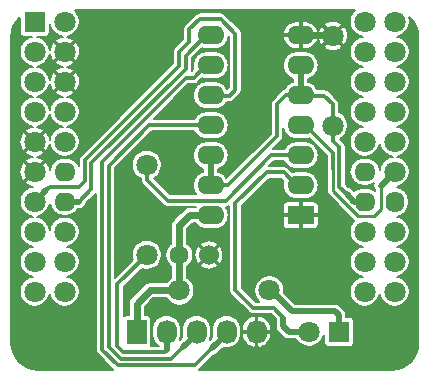
<source format=gbl>
G04 #@! TF.GenerationSoftware,KiCad,Pcbnew,(5.1.4)-1*
G04 #@! TF.CreationDate,2019-10-18T12:55:03+02:00*
G04 #@! TF.ProjectId,FV1-usbprog,4656312d-7573-4627-9072-6f672e6b6963,rev?*
G04 #@! TF.SameCoordinates,Original*
G04 #@! TF.FileFunction,Copper,L2,Bot*
G04 #@! TF.FilePolarity,Positive*
%FSLAX46Y46*%
G04 Gerber Fmt 4.6, Leading zero omitted, Abs format (unit mm)*
G04 Created by KiCad (PCBNEW (5.1.4)-1) date 2019-10-18 12:55:03*
%MOMM*%
%LPD*%
G04 APERTURE LIST*
%ADD10O,1.727200X2.032000*%
%ADD11R,1.727200X2.032000*%
%ADD12R,1.800000X1.800000*%
%ADD13C,1.800000*%
%ADD14O,1.800000X1.600000*%
%ADD15O,1.600000X1.800000*%
%ADD16R,2.286000X1.574800*%
%ADD17O,2.286000X1.574800*%
%ADD18C,1.600000*%
%ADD19C,1.700000*%
%ADD20C,0.600000*%
%ADD21C,0.500000*%
%ADD22C,0.300000*%
%ADD23C,0.250000*%
%ADD24C,0.350000*%
%ADD25C,0.400000*%
%ADD26C,0.200000*%
G04 APERTURE END LIST*
D10*
X183790000Y-135500000D03*
X181250000Y-135500000D03*
X178710000Y-135500000D03*
X176170000Y-135500000D03*
D11*
X173630000Y-135500000D03*
D12*
X165000000Y-109250000D03*
D13*
X167540000Y-109250000D03*
X165000000Y-111790000D03*
X167540000Y-111790000D03*
X165000000Y-114330000D03*
X167540000Y-114330000D03*
X165000000Y-116870000D03*
X167540000Y-116870000D03*
X165000000Y-119410000D03*
X167540000Y-119410000D03*
X165000000Y-121950000D03*
D14*
X167540000Y-121950000D03*
D13*
X165000000Y-124490000D03*
D14*
X167540000Y-124490000D03*
D13*
X165000000Y-127030000D03*
X167540000Y-127030000D03*
X165000000Y-129570000D03*
X167540000Y-129570000D03*
X165000000Y-132110000D03*
X167540000Y-132110000D03*
X195480000Y-132110000D03*
X192940000Y-132110000D03*
X195480000Y-129570000D03*
X192940000Y-129570000D03*
X195480000Y-127030000D03*
X192940000Y-127030000D03*
D15*
X195480000Y-124490000D03*
D14*
X192940000Y-124490000D03*
D13*
X195480000Y-121950000D03*
D14*
X192940000Y-121950000D03*
D13*
X195480000Y-119410000D03*
X192940000Y-119410000D03*
X195480000Y-116870000D03*
X192940000Y-116870000D03*
X195480000Y-114330000D03*
X192940000Y-114330000D03*
X195480000Y-111790000D03*
X192940000Y-111790000D03*
X195480000Y-109250000D03*
X192940000Y-109250000D03*
D16*
X187521746Y-125636521D03*
D17*
X187521746Y-123096521D03*
X187521746Y-120556521D03*
X187521746Y-118016521D03*
X187521746Y-115476521D03*
X187521746Y-112936521D03*
X187521746Y-110396521D03*
X179901746Y-110396521D03*
X179901746Y-112936521D03*
X179901746Y-115476521D03*
X179901746Y-118016521D03*
X179901746Y-120556521D03*
X179901746Y-123096521D03*
X179901746Y-125636521D03*
D12*
X190770000Y-135500000D03*
D13*
X188230000Y-135500000D03*
D18*
X177250000Y-129000000D03*
D19*
X179750000Y-129000000D03*
D13*
X174500000Y-121380000D03*
X174500000Y-129000000D03*
X177250000Y-132000000D03*
X184870000Y-132000000D03*
X190250000Y-118060000D03*
X190250000Y-110440000D03*
D20*
X174750000Y-132000000D02*
X173630000Y-133120000D01*
X173630000Y-133120000D02*
X173630000Y-135500000D01*
X177250000Y-132000000D02*
X174750000Y-132000000D01*
X177250000Y-126500000D02*
X178113479Y-125636521D01*
X178113479Y-125636521D02*
X179901746Y-125636521D01*
X177250000Y-129000000D02*
X177250000Y-126500000D01*
X177250000Y-129000000D02*
X177250000Y-132000000D01*
D21*
X179901744Y-125636521D02*
X179546145Y-125636520D01*
X179961744Y-125696521D02*
X179901744Y-125636521D01*
D20*
X187521746Y-110396521D02*
X190206521Y-110396521D01*
X190206521Y-110396521D02*
X190250000Y-110440000D01*
D21*
X187166146Y-110396521D02*
X187521745Y-110396522D01*
X184870000Y-132000000D02*
X185000000Y-132000000D01*
X185000000Y-132000000D02*
X186750000Y-133750000D01*
X186750000Y-133750000D02*
X190420000Y-133750000D01*
X190420000Y-133750000D02*
X190770000Y-134100000D01*
X190770000Y-134100000D02*
X190770000Y-135500000D01*
D20*
X184870000Y-132000000D02*
X184520000Y-132000000D01*
D21*
X188230000Y-135500000D02*
X186500000Y-135500000D01*
X186500000Y-135500000D02*
X186050010Y-135050010D01*
X186050010Y-135050010D02*
X186050010Y-134300010D01*
D22*
X187166146Y-123096521D02*
X187521746Y-123096521D01*
X186050010Y-134300010D02*
X185250000Y-133500000D01*
X185250000Y-133500000D02*
X183520000Y-133500000D01*
X183520000Y-133500000D02*
X182000000Y-131980000D01*
X182000000Y-131980000D02*
X182000000Y-124639998D01*
X182000000Y-124639998D02*
X184630877Y-122009121D01*
X184630877Y-122009121D02*
X186078746Y-122009121D01*
X186078746Y-122009121D02*
X187166146Y-123096521D01*
D21*
X176170000Y-135500000D02*
X176170000Y-137080000D01*
D22*
X176170000Y-137080000D02*
X176000000Y-137250000D01*
X176000000Y-137250000D02*
X172500000Y-137250000D01*
X172500000Y-137250000D02*
X172000000Y-136750000D01*
X172000000Y-136750000D02*
X172000000Y-131500000D01*
X172000000Y-131500000D02*
X174500000Y-129000000D01*
X176562390Y-137800010D02*
X177591536Y-136770864D01*
D21*
X178710000Y-135652400D02*
X177591536Y-136770864D01*
X178710000Y-135500000D02*
X178710000Y-135652400D01*
D22*
X172272179Y-137800010D02*
X176562390Y-137800010D01*
X171250000Y-136777831D02*
X172272179Y-137800010D01*
X174689477Y-118016521D02*
X171250000Y-121455998D01*
X179901746Y-118016521D02*
X174689477Y-118016521D01*
X171250000Y-121455998D02*
X171250000Y-136777831D01*
X178552380Y-138350020D02*
X180013192Y-136889208D01*
D21*
X181250000Y-135500000D02*
X181250000Y-135652400D01*
X181250000Y-135652400D02*
X180013192Y-136889208D01*
D22*
X172044358Y-138350020D02*
X178552380Y-138350020D01*
X178458746Y-114023921D02*
X177781739Y-114023921D01*
X179546146Y-112936521D02*
X178458746Y-114023921D01*
X179901746Y-112936521D02*
X179546146Y-112936521D01*
X170699990Y-121105670D02*
X170699990Y-137005652D01*
X170699990Y-137005652D02*
X172044358Y-138350020D01*
X177781739Y-114023921D02*
X170699990Y-121105670D01*
D21*
X195480000Y-121950000D02*
X194304990Y-123125010D01*
D23*
X190250000Y-121690000D02*
X190250000Y-123561715D01*
X190250000Y-123561715D02*
X192353295Y-125665010D01*
X192353295Y-125665010D02*
X193734990Y-125665010D01*
X193734990Y-125665010D02*
X194304990Y-125095010D01*
X194304990Y-125095010D02*
X194304990Y-123125010D01*
D22*
X187521746Y-118016521D02*
X187877346Y-118016521D01*
X187877346Y-118016521D02*
X190250000Y-120389175D01*
X190250000Y-120389175D02*
X190250000Y-120417208D01*
X190250000Y-120417208D02*
X190250000Y-121690000D01*
X190250000Y-118060000D02*
X190250000Y-119332792D01*
X190250000Y-119332792D02*
X190800010Y-119882802D01*
X190800010Y-119882802D02*
X190800010Y-123227829D01*
X190800010Y-123227829D02*
X191425712Y-123853531D01*
D21*
X192940000Y-124490000D02*
X192062181Y-124490000D01*
X192062181Y-124490000D02*
X191425712Y-123853531D01*
D22*
X179901746Y-123096521D02*
X181344746Y-123096521D01*
X181344746Y-123096521D02*
X185500000Y-118941267D01*
X185500000Y-118941267D02*
X185500000Y-116250000D01*
X185500000Y-116250000D02*
X186273479Y-115476521D01*
X186273479Y-115476521D02*
X187521746Y-115476521D01*
X179901746Y-120556521D02*
X180257346Y-120556521D01*
X180257346Y-120556521D02*
X180313867Y-120500000D01*
X189500000Y-115500000D02*
X190250000Y-116250000D01*
X187900825Y-115500000D02*
X189500000Y-115500000D01*
X190250000Y-116250000D02*
X190250000Y-118060000D01*
D21*
X179941745Y-120516520D02*
X179901744Y-120556520D01*
X187521745Y-115476521D02*
X187521745Y-112936520D01*
X179901744Y-120556520D02*
X179901746Y-123096521D01*
D24*
X179894743Y-122977015D02*
X179894743Y-121195120D01*
D22*
X174500000Y-121380000D02*
X174500000Y-122652792D01*
X174500000Y-122652792D02*
X176247208Y-124400000D01*
X176247208Y-124400000D02*
X181200000Y-124400000D01*
X181200000Y-124400000D02*
X185043479Y-120556521D01*
X185043479Y-120556521D02*
X187521746Y-120556521D01*
D21*
X167540000Y-124490000D02*
X168740000Y-124490000D01*
D22*
X177800010Y-113227821D02*
X169800010Y-121227820D01*
X177800010Y-112142657D02*
X177800010Y-113227821D01*
X179901746Y-110396521D02*
X179546146Y-110396521D01*
X169800010Y-121227820D02*
X169800010Y-123429990D01*
X179546146Y-110396521D02*
X177800010Y-112142657D01*
X169800010Y-123429990D02*
X168740000Y-124490000D01*
D24*
X179546145Y-110396522D02*
X179901744Y-110396520D01*
D22*
X166265000Y-123225000D02*
X165968879Y-123521121D01*
D21*
X165000000Y-124490000D02*
X165968879Y-123521121D01*
D22*
X179901746Y-115476521D02*
X180257346Y-115476521D01*
X180257346Y-115476521D02*
X180280825Y-115500000D01*
X180280825Y-115500000D02*
X181500000Y-115500000D01*
X181500000Y-115500000D02*
X182000000Y-115000000D01*
X182000000Y-115000000D02*
X182000000Y-110250000D01*
X182000000Y-110250000D02*
X180750000Y-109000000D01*
X180750000Y-109000000D02*
X179000000Y-109000000D01*
X179000000Y-109000000D02*
X178096717Y-109903283D01*
X178096717Y-109903283D02*
X178096717Y-110938742D01*
X169250000Y-121000000D02*
X169250000Y-122725000D01*
X169250000Y-122725000D02*
X168750000Y-123225000D01*
X168750000Y-123225000D02*
X166265000Y-123225000D01*
X178096717Y-110938742D02*
X177250000Y-111785459D01*
X177250000Y-111785459D02*
X177250000Y-113000000D01*
X177250000Y-113000000D02*
X169250000Y-121000000D01*
D25*
X180257345Y-115476522D02*
X179901746Y-115476521D01*
D26*
G36*
X196811654Y-108927408D02*
G01*
X197087363Y-109260684D01*
X197293087Y-109641162D01*
X197420994Y-110054362D01*
X197470001Y-110520637D01*
X197470000Y-136461855D01*
X197424051Y-136930474D01*
X197299034Y-137344552D01*
X197095970Y-137726460D01*
X196822594Y-138061651D01*
X196489316Y-138337363D01*
X196108837Y-138543087D01*
X195695640Y-138670993D01*
X195229372Y-138720000D01*
X178934376Y-138720000D01*
X178945563Y-138706369D01*
X180144082Y-137507850D01*
X180255448Y-137474068D01*
X180364894Y-137415568D01*
X180436786Y-137356568D01*
X180936496Y-136856858D01*
X181006212Y-136878006D01*
X181250000Y-136902017D01*
X181493787Y-136878006D01*
X181728207Y-136806896D01*
X181944249Y-136691419D01*
X182133613Y-136536013D01*
X182289019Y-136346650D01*
X182404496Y-136130608D01*
X182475606Y-135896188D01*
X182493600Y-135713492D01*
X182493600Y-135575000D01*
X182546400Y-135575000D01*
X182546400Y-135727400D01*
X182584927Y-135968573D01*
X182669764Y-136197596D01*
X182797651Y-136405667D01*
X182963674Y-136584791D01*
X183161452Y-136728084D01*
X183383385Y-136830039D01*
X183521736Y-136866721D01*
X183715000Y-136798549D01*
X183715000Y-135575000D01*
X183865000Y-135575000D01*
X183865000Y-136798549D01*
X184058264Y-136866721D01*
X184196615Y-136830039D01*
X184418548Y-136728084D01*
X184616326Y-136584791D01*
X184782349Y-136405667D01*
X184910236Y-136197596D01*
X184995073Y-135968573D01*
X185033600Y-135727400D01*
X185033600Y-135575000D01*
X183865000Y-135575000D01*
X183715000Y-135575000D01*
X182546400Y-135575000D01*
X182493600Y-135575000D01*
X182493600Y-135286509D01*
X182492231Y-135272600D01*
X182546400Y-135272600D01*
X182546400Y-135425000D01*
X183715000Y-135425000D01*
X183715000Y-134201451D01*
X183865000Y-134201451D01*
X183865000Y-135425000D01*
X185033600Y-135425000D01*
X185033600Y-135272600D01*
X184995073Y-135031427D01*
X184910236Y-134802404D01*
X184782349Y-134594333D01*
X184616326Y-134415209D01*
X184418548Y-134271916D01*
X184196615Y-134169961D01*
X184058264Y-134133279D01*
X183865000Y-134201451D01*
X183715000Y-134201451D01*
X183521736Y-134133279D01*
X183383385Y-134169961D01*
X183161452Y-134271916D01*
X182963674Y-134415209D01*
X182797651Y-134594333D01*
X182669764Y-134802404D01*
X182584927Y-135031427D01*
X182546400Y-135272600D01*
X182492231Y-135272600D01*
X182475606Y-135103813D01*
X182404496Y-134869393D01*
X182289019Y-134653351D01*
X182133613Y-134463987D01*
X181944250Y-134308581D01*
X181728208Y-134193104D01*
X181493788Y-134121994D01*
X181250000Y-134097983D01*
X181006213Y-134121994D01*
X180771793Y-134193104D01*
X180555751Y-134308581D01*
X180366388Y-134463987D01*
X180210982Y-134653350D01*
X180095504Y-134869392D01*
X180024394Y-135103812D01*
X180006400Y-135286508D01*
X180006400Y-135713491D01*
X180024394Y-135896187D01*
X180045542Y-135965903D01*
X179845731Y-136165715D01*
X179864496Y-136130608D01*
X179935606Y-135896188D01*
X179953600Y-135713492D01*
X179953600Y-135286509D01*
X179935606Y-135103813D01*
X179864496Y-134869393D01*
X179749019Y-134653351D01*
X179593613Y-134463987D01*
X179404250Y-134308581D01*
X179188208Y-134193104D01*
X178953788Y-134121994D01*
X178710000Y-134097983D01*
X178466213Y-134121994D01*
X178231793Y-134193104D01*
X178015751Y-134308581D01*
X177826388Y-134463987D01*
X177670982Y-134653350D01*
X177555504Y-134869392D01*
X177484394Y-135103812D01*
X177466400Y-135286508D01*
X177466400Y-135713491D01*
X177484394Y-135896187D01*
X177505542Y-135965904D01*
X177305731Y-136165715D01*
X177324496Y-136130608D01*
X177395606Y-135896188D01*
X177413600Y-135713492D01*
X177413600Y-135286509D01*
X177395606Y-135103813D01*
X177324496Y-134869393D01*
X177209019Y-134653351D01*
X177053613Y-134463987D01*
X176864250Y-134308581D01*
X176648208Y-134193104D01*
X176413788Y-134121994D01*
X176170000Y-134097983D01*
X175926213Y-134121994D01*
X175691793Y-134193104D01*
X175475751Y-134308581D01*
X175286388Y-134463987D01*
X175130982Y-134653350D01*
X175015504Y-134869392D01*
X174944394Y-135103812D01*
X174926400Y-135286508D01*
X174926400Y-135713491D01*
X174944394Y-135896187D01*
X175015504Y-136130607D01*
X175130981Y-136346649D01*
X175286387Y-136536013D01*
X175475750Y-136691419D01*
X175529221Y-136720000D01*
X174815437Y-136720000D01*
X174846372Y-136662123D01*
X174868101Y-136590493D01*
X174875438Y-136516000D01*
X174875438Y-134484000D01*
X174868101Y-134409507D01*
X174846372Y-134337877D01*
X174811087Y-134271862D01*
X174763600Y-134214000D01*
X174705738Y-134166513D01*
X174639723Y-134131228D01*
X174568093Y-134109499D01*
X174493600Y-134102162D01*
X174310000Y-134102162D01*
X174310000Y-133401664D01*
X175031665Y-132680000D01*
X176164919Y-132680000D01*
X176255759Y-132815952D01*
X176434048Y-132994241D01*
X176643693Y-133134321D01*
X176876638Y-133230810D01*
X177123931Y-133280000D01*
X177376069Y-133280000D01*
X177623362Y-133230810D01*
X177856307Y-133134321D01*
X178065952Y-132994241D01*
X178244241Y-132815952D01*
X178384321Y-132606307D01*
X178480810Y-132373362D01*
X178530000Y-132126069D01*
X178530000Y-131873931D01*
X178480810Y-131626638D01*
X178384321Y-131393693D01*
X178244241Y-131184048D01*
X178065952Y-131005759D01*
X177930000Y-130914919D01*
X177930000Y-129964813D01*
X178002206Y-129916566D01*
X178060710Y-129858062D01*
X178998004Y-129858062D01*
X179085542Y-130042147D01*
X179301621Y-130151752D01*
X179534933Y-130217096D01*
X179776509Y-130235667D01*
X180017066Y-130206753D01*
X180247360Y-130131463D01*
X180414458Y-130042147D01*
X180501996Y-129858062D01*
X179750000Y-129106066D01*
X178998004Y-129858062D01*
X178060710Y-129858062D01*
X178166566Y-129752206D01*
X178295703Y-129558940D01*
X178384654Y-129344193D01*
X178430000Y-129116220D01*
X178430000Y-129026509D01*
X178514333Y-129026509D01*
X178543247Y-129267066D01*
X178618537Y-129497360D01*
X178707853Y-129664458D01*
X178891938Y-129751996D01*
X179643934Y-129000000D01*
X179856066Y-129000000D01*
X180608062Y-129751996D01*
X180792147Y-129664458D01*
X180901752Y-129448379D01*
X180967096Y-129215067D01*
X180985667Y-128973491D01*
X180956753Y-128732934D01*
X180881463Y-128502640D01*
X180792147Y-128335542D01*
X180608062Y-128248004D01*
X179856066Y-129000000D01*
X179643934Y-129000000D01*
X178891938Y-128248004D01*
X178707853Y-128335542D01*
X178598248Y-128551621D01*
X178532904Y-128784933D01*
X178514333Y-129026509D01*
X178430000Y-129026509D01*
X178430000Y-128883780D01*
X178384654Y-128655807D01*
X178295703Y-128441060D01*
X178166566Y-128247794D01*
X178060710Y-128141938D01*
X178998004Y-128141938D01*
X179750000Y-128893934D01*
X180501996Y-128141938D01*
X180414458Y-127957853D01*
X180198379Y-127848248D01*
X179965067Y-127782904D01*
X179723491Y-127764333D01*
X179482934Y-127793247D01*
X179252640Y-127868537D01*
X179085542Y-127957853D01*
X178998004Y-128141938D01*
X178060710Y-128141938D01*
X178002206Y-128083434D01*
X177930000Y-128035187D01*
X177930000Y-126781664D01*
X178395145Y-126316521D01*
X178594008Y-126316521D01*
X178716676Y-126465991D01*
X178894435Y-126611875D01*
X179097240Y-126720276D01*
X179317296Y-126787029D01*
X179488802Y-126803921D01*
X180314690Y-126803921D01*
X180486196Y-126787029D01*
X180706252Y-126720276D01*
X180909057Y-126611875D01*
X181086816Y-126465991D01*
X181232700Y-126288232D01*
X181341101Y-126085427D01*
X181407854Y-125865371D01*
X181430394Y-125636521D01*
X181407854Y-125407671D01*
X181341101Y-125187615D01*
X181232700Y-124984810D01*
X181188928Y-124931473D01*
X181200000Y-124932564D01*
X181303898Y-124922331D01*
X181403803Y-124892025D01*
X181470001Y-124856642D01*
X181470000Y-131953967D01*
X181467436Y-131980000D01*
X181470000Y-132006032D01*
X181477669Y-132083897D01*
X181507975Y-132183802D01*
X181557189Y-132275877D01*
X181623420Y-132356580D01*
X181643651Y-132373183D01*
X183126821Y-133856354D01*
X183143420Y-133876580D01*
X183224123Y-133942811D01*
X183316197Y-133992025D01*
X183416102Y-134022331D01*
X183520000Y-134032564D01*
X183546033Y-134030000D01*
X185030468Y-134030000D01*
X185420010Y-134419543D01*
X185420010Y-135019064D01*
X185416962Y-135050010D01*
X185420010Y-135080956D01*
X185429126Y-135173511D01*
X185465150Y-135292266D01*
X185523650Y-135401712D01*
X185602377Y-135497643D01*
X185626422Y-135517376D01*
X186032638Y-135923593D01*
X186052367Y-135947633D01*
X186145120Y-136023753D01*
X186148297Y-136026360D01*
X186257743Y-136084860D01*
X186376498Y-136120884D01*
X186500000Y-136133048D01*
X186530946Y-136130000D01*
X187111510Y-136130000D01*
X187235759Y-136315952D01*
X187414048Y-136494241D01*
X187623693Y-136634321D01*
X187856638Y-136730810D01*
X188103931Y-136780000D01*
X188356069Y-136780000D01*
X188603362Y-136730810D01*
X188836307Y-136634321D01*
X189045952Y-136494241D01*
X189224241Y-136315952D01*
X189364321Y-136106307D01*
X189460810Y-135873362D01*
X189488162Y-135735855D01*
X189488162Y-136400000D01*
X189495499Y-136474493D01*
X189517228Y-136546123D01*
X189552513Y-136612138D01*
X189600000Y-136670000D01*
X189657862Y-136717487D01*
X189723877Y-136752772D01*
X189795507Y-136774501D01*
X189870000Y-136781838D01*
X191670000Y-136781838D01*
X191744493Y-136774501D01*
X191816123Y-136752772D01*
X191882138Y-136717487D01*
X191940000Y-136670000D01*
X191987487Y-136612138D01*
X192022772Y-136546123D01*
X192044501Y-136474493D01*
X192051838Y-136400000D01*
X192051838Y-134600000D01*
X192044501Y-134525507D01*
X192022772Y-134453877D01*
X191987487Y-134387862D01*
X191940000Y-134330000D01*
X191882138Y-134282513D01*
X191816123Y-134247228D01*
X191744493Y-134225499D01*
X191670000Y-134218162D01*
X191400000Y-134218162D01*
X191400000Y-134130946D01*
X191403048Y-134100000D01*
X191396406Y-134032564D01*
X191390884Y-133976498D01*
X191354860Y-133857743D01*
X191296360Y-133748297D01*
X191217633Y-133652367D01*
X191193589Y-133632635D01*
X190887366Y-133326412D01*
X190867633Y-133302367D01*
X190771703Y-133223640D01*
X190662257Y-133165140D01*
X190543502Y-133129116D01*
X190450947Y-133120000D01*
X190450946Y-133120000D01*
X190420000Y-133116952D01*
X190389054Y-133120000D01*
X187010955Y-133120000D01*
X186127938Y-132236983D01*
X186150000Y-132126069D01*
X186150000Y-131873931D01*
X186100810Y-131626638D01*
X186004321Y-131393693D01*
X185864241Y-131184048D01*
X185685952Y-131005759D01*
X185476307Y-130865679D01*
X185243362Y-130769190D01*
X184996069Y-130720000D01*
X184743931Y-130720000D01*
X184496638Y-130769190D01*
X184263693Y-130865679D01*
X184054048Y-131005759D01*
X183875759Y-131184048D01*
X183735679Y-131393693D01*
X183639190Y-131626638D01*
X183590000Y-131873931D01*
X183590000Y-132126069D01*
X183639190Y-132373362D01*
X183735679Y-132606307D01*
X183875759Y-132815952D01*
X184029807Y-132970000D01*
X183739533Y-132970000D01*
X182530000Y-131760468D01*
X182530000Y-126423921D01*
X185996907Y-126423921D01*
X186004244Y-126498414D01*
X186025973Y-126570044D01*
X186061258Y-126636059D01*
X186108745Y-126693922D01*
X186166608Y-126741409D01*
X186232623Y-126776694D01*
X186304253Y-126798423D01*
X186378746Y-126805760D01*
X187351746Y-126803921D01*
X187446746Y-126708921D01*
X187446746Y-125711521D01*
X187596746Y-125711521D01*
X187596746Y-126708921D01*
X187691746Y-126803921D01*
X188664746Y-126805760D01*
X188739239Y-126798423D01*
X188810869Y-126776694D01*
X188876884Y-126741409D01*
X188934747Y-126693922D01*
X188982234Y-126636059D01*
X189017519Y-126570044D01*
X189039248Y-126498414D01*
X189046585Y-126423921D01*
X189044746Y-125806521D01*
X188949746Y-125711521D01*
X187596746Y-125711521D01*
X187446746Y-125711521D01*
X186093746Y-125711521D01*
X185998746Y-125806521D01*
X185996907Y-126423921D01*
X182530000Y-126423921D01*
X182530000Y-124859530D01*
X182540409Y-124849121D01*
X185996907Y-124849121D01*
X185998746Y-125466521D01*
X186093746Y-125561521D01*
X187446746Y-125561521D01*
X187446746Y-124564121D01*
X187596746Y-124564121D01*
X187596746Y-125561521D01*
X188949746Y-125561521D01*
X189044746Y-125466521D01*
X189046585Y-124849121D01*
X189039248Y-124774628D01*
X189017519Y-124702998D01*
X188982234Y-124636983D01*
X188934747Y-124579120D01*
X188876884Y-124531633D01*
X188810869Y-124496348D01*
X188739239Y-124474619D01*
X188664746Y-124467282D01*
X187691746Y-124469121D01*
X187596746Y-124564121D01*
X187446746Y-124564121D01*
X187351746Y-124469121D01*
X186378746Y-124467282D01*
X186304253Y-124474619D01*
X186232623Y-124496348D01*
X186166608Y-124531633D01*
X186108745Y-124579120D01*
X186061258Y-124636983D01*
X186025973Y-124702998D01*
X186004244Y-124774628D01*
X185996907Y-124849121D01*
X182540409Y-124849121D01*
X184850410Y-122539121D01*
X185859214Y-122539121D01*
X186055699Y-122735607D01*
X186015638Y-122867671D01*
X185993098Y-123096521D01*
X186015638Y-123325371D01*
X186082391Y-123545427D01*
X186190792Y-123748232D01*
X186336676Y-123925991D01*
X186514435Y-124071875D01*
X186717240Y-124180276D01*
X186937296Y-124247029D01*
X187108802Y-124263921D01*
X187934690Y-124263921D01*
X188106196Y-124247029D01*
X188326252Y-124180276D01*
X188529057Y-124071875D01*
X188706816Y-123925991D01*
X188852700Y-123748232D01*
X188961101Y-123545427D01*
X189027854Y-123325371D01*
X189050394Y-123096521D01*
X189027854Y-122867671D01*
X188961101Y-122647615D01*
X188852700Y-122444810D01*
X188706816Y-122267051D01*
X188529057Y-122121167D01*
X188326252Y-122012766D01*
X188106196Y-121946013D01*
X187934690Y-121929121D01*
X187108802Y-121929121D01*
X186937296Y-121946013D01*
X186805232Y-121986074D01*
X186471929Y-121652772D01*
X186455326Y-121632541D01*
X186374623Y-121566310D01*
X186282549Y-121517096D01*
X186182644Y-121486790D01*
X186104779Y-121479121D01*
X186078746Y-121476557D01*
X186052713Y-121479121D01*
X184870412Y-121479121D01*
X185263012Y-121086521D01*
X186125736Y-121086521D01*
X186190792Y-121208232D01*
X186336676Y-121385991D01*
X186514435Y-121531875D01*
X186717240Y-121640276D01*
X186937296Y-121707029D01*
X187108802Y-121723921D01*
X187934690Y-121723921D01*
X188106196Y-121707029D01*
X188326252Y-121640276D01*
X188529057Y-121531875D01*
X188706816Y-121385991D01*
X188852700Y-121208232D01*
X188961101Y-121005427D01*
X189027854Y-120785371D01*
X189050394Y-120556521D01*
X189027854Y-120327671D01*
X188961101Y-120107615D01*
X188852700Y-119904810D01*
X188706816Y-119727051D01*
X188529057Y-119581167D01*
X188326252Y-119472766D01*
X188106196Y-119406013D01*
X187934690Y-119389121D01*
X187108802Y-119389121D01*
X186937296Y-119406013D01*
X186717240Y-119472766D01*
X186514435Y-119581167D01*
X186336676Y-119727051D01*
X186190792Y-119904810D01*
X186125736Y-120026521D01*
X185164280Y-120026521D01*
X185856360Y-119334441D01*
X185876580Y-119317847D01*
X185942811Y-119237144D01*
X185971259Y-119183921D01*
X185992025Y-119145071D01*
X186022331Y-119045165D01*
X186032564Y-118941267D01*
X186030000Y-118915234D01*
X186030000Y-118292716D01*
X186082391Y-118465427D01*
X186190792Y-118668232D01*
X186336676Y-118845991D01*
X186514435Y-118991875D01*
X186717240Y-119100276D01*
X186937296Y-119167029D01*
X187108802Y-119183921D01*
X187934690Y-119183921D01*
X188106196Y-119167029D01*
X188238261Y-119126968D01*
X189720000Y-120608708D01*
X189720001Y-121716033D01*
X189727670Y-121793898D01*
X189745000Y-121851027D01*
X189745001Y-123536910D01*
X189742558Y-123561715D01*
X189752308Y-123660712D01*
X189781184Y-123755904D01*
X189828077Y-123843635D01*
X189875372Y-123901264D01*
X189875377Y-123901269D01*
X189891185Y-123920531D01*
X189910447Y-123936339D01*
X191978671Y-126004564D01*
X191994479Y-126023826D01*
X192013741Y-126039634D01*
X192013745Y-126039638D01*
X192071374Y-126086933D01*
X192072352Y-126087455D01*
X191945759Y-126214048D01*
X191805679Y-126423693D01*
X191709190Y-126656638D01*
X191660000Y-126903931D01*
X191660000Y-127156069D01*
X191709190Y-127403362D01*
X191805679Y-127636307D01*
X191945759Y-127845952D01*
X192124048Y-128024241D01*
X192333693Y-128164321D01*
X192566638Y-128260810D01*
X192763658Y-128300000D01*
X192566638Y-128339190D01*
X192333693Y-128435679D01*
X192124048Y-128575759D01*
X191945759Y-128754048D01*
X191805679Y-128963693D01*
X191709190Y-129196638D01*
X191660000Y-129443931D01*
X191660000Y-129696069D01*
X191709190Y-129943362D01*
X191805679Y-130176307D01*
X191945759Y-130385952D01*
X192124048Y-130564241D01*
X192333693Y-130704321D01*
X192566638Y-130800810D01*
X192763658Y-130840000D01*
X192566638Y-130879190D01*
X192333693Y-130975679D01*
X192124048Y-131115759D01*
X191945759Y-131294048D01*
X191805679Y-131503693D01*
X191709190Y-131736638D01*
X191660000Y-131983931D01*
X191660000Y-132236069D01*
X191709190Y-132483362D01*
X191805679Y-132716307D01*
X191945759Y-132925952D01*
X192124048Y-133104241D01*
X192333693Y-133244321D01*
X192566638Y-133340810D01*
X192813931Y-133390000D01*
X193066069Y-133390000D01*
X193313362Y-133340810D01*
X193546307Y-133244321D01*
X193755952Y-133104241D01*
X193934241Y-132925952D01*
X194074321Y-132716307D01*
X194170810Y-132483362D01*
X194210000Y-132286342D01*
X194249190Y-132483362D01*
X194345679Y-132716307D01*
X194485759Y-132925952D01*
X194664048Y-133104241D01*
X194873693Y-133244321D01*
X195106638Y-133340810D01*
X195353931Y-133390000D01*
X195606069Y-133390000D01*
X195853362Y-133340810D01*
X196086307Y-133244321D01*
X196295952Y-133104241D01*
X196474241Y-132925952D01*
X196614321Y-132716307D01*
X196710810Y-132483362D01*
X196760000Y-132236069D01*
X196760000Y-131983931D01*
X196710810Y-131736638D01*
X196614321Y-131503693D01*
X196474241Y-131294048D01*
X196295952Y-131115759D01*
X196086307Y-130975679D01*
X195853362Y-130879190D01*
X195656342Y-130840000D01*
X195853362Y-130800810D01*
X196086307Y-130704321D01*
X196295952Y-130564241D01*
X196474241Y-130385952D01*
X196614321Y-130176307D01*
X196710810Y-129943362D01*
X196760000Y-129696069D01*
X196760000Y-129443931D01*
X196710810Y-129196638D01*
X196614321Y-128963693D01*
X196474241Y-128754048D01*
X196295952Y-128575759D01*
X196086307Y-128435679D01*
X195853362Y-128339190D01*
X195656342Y-128300000D01*
X195853362Y-128260810D01*
X196086307Y-128164321D01*
X196295952Y-128024241D01*
X196474241Y-127845952D01*
X196614321Y-127636307D01*
X196710810Y-127403362D01*
X196760000Y-127156069D01*
X196760000Y-126903931D01*
X196710810Y-126656638D01*
X196614321Y-126423693D01*
X196474241Y-126214048D01*
X196295952Y-126035759D01*
X196086307Y-125895679D01*
X195853362Y-125799190D01*
X195650763Y-125758890D01*
X195711320Y-125752926D01*
X195933751Y-125685452D01*
X196138745Y-125575881D01*
X196318423Y-125428423D01*
X196465881Y-125248744D01*
X196575452Y-125043750D01*
X196642926Y-124821319D01*
X196660000Y-124647964D01*
X196660000Y-124332035D01*
X196642926Y-124158680D01*
X196575452Y-123936249D01*
X196465881Y-123731255D01*
X196318423Y-123551577D01*
X196138744Y-123404119D01*
X195933750Y-123294548D01*
X195711319Y-123227074D01*
X195650763Y-123221110D01*
X195853362Y-123180810D01*
X196086307Y-123084321D01*
X196295952Y-122944241D01*
X196474241Y-122765952D01*
X196614321Y-122556307D01*
X196710810Y-122323362D01*
X196760000Y-122076069D01*
X196760000Y-121823931D01*
X196710810Y-121576638D01*
X196614321Y-121343693D01*
X196474241Y-121134048D01*
X196295952Y-120955759D01*
X196086307Y-120815679D01*
X195853362Y-120719190D01*
X195656342Y-120680000D01*
X195853362Y-120640810D01*
X196086307Y-120544321D01*
X196295952Y-120404241D01*
X196474241Y-120225952D01*
X196614321Y-120016307D01*
X196710810Y-119783362D01*
X196760000Y-119536069D01*
X196760000Y-119283931D01*
X196710810Y-119036638D01*
X196614321Y-118803693D01*
X196474241Y-118594048D01*
X196295952Y-118415759D01*
X196086307Y-118275679D01*
X195853362Y-118179190D01*
X195656342Y-118140000D01*
X195853362Y-118100810D01*
X196086307Y-118004321D01*
X196295952Y-117864241D01*
X196474241Y-117685952D01*
X196614321Y-117476307D01*
X196710810Y-117243362D01*
X196760000Y-116996069D01*
X196760000Y-116743931D01*
X196710810Y-116496638D01*
X196614321Y-116263693D01*
X196474241Y-116054048D01*
X196295952Y-115875759D01*
X196086307Y-115735679D01*
X195853362Y-115639190D01*
X195656342Y-115600000D01*
X195853362Y-115560810D01*
X196086307Y-115464321D01*
X196295952Y-115324241D01*
X196474241Y-115145952D01*
X196614321Y-114936307D01*
X196710810Y-114703362D01*
X196760000Y-114456069D01*
X196760000Y-114203931D01*
X196710810Y-113956638D01*
X196614321Y-113723693D01*
X196474241Y-113514048D01*
X196295952Y-113335759D01*
X196086307Y-113195679D01*
X195853362Y-113099190D01*
X195656342Y-113060000D01*
X195853362Y-113020810D01*
X196086307Y-112924321D01*
X196295952Y-112784241D01*
X196474241Y-112605952D01*
X196614321Y-112396307D01*
X196710810Y-112163362D01*
X196760000Y-111916069D01*
X196760000Y-111663931D01*
X196710810Y-111416638D01*
X196614321Y-111183693D01*
X196474241Y-110974048D01*
X196295952Y-110795759D01*
X196086307Y-110655679D01*
X195853362Y-110559190D01*
X195656342Y-110520000D01*
X195853362Y-110480810D01*
X196086307Y-110384321D01*
X196295952Y-110244241D01*
X196474241Y-110065952D01*
X196614321Y-109856307D01*
X196710810Y-109623362D01*
X196760000Y-109376069D01*
X196760000Y-109123931D01*
X196710810Y-108876638D01*
X196691121Y-108829104D01*
X196811654Y-108927408D01*
X196811654Y-108927408D01*
G37*
X196811654Y-108927408D02*
X197087363Y-109260684D01*
X197293087Y-109641162D01*
X197420994Y-110054362D01*
X197470001Y-110520637D01*
X197470000Y-136461855D01*
X197424051Y-136930474D01*
X197299034Y-137344552D01*
X197095970Y-137726460D01*
X196822594Y-138061651D01*
X196489316Y-138337363D01*
X196108837Y-138543087D01*
X195695640Y-138670993D01*
X195229372Y-138720000D01*
X178934376Y-138720000D01*
X178945563Y-138706369D01*
X180144082Y-137507850D01*
X180255448Y-137474068D01*
X180364894Y-137415568D01*
X180436786Y-137356568D01*
X180936496Y-136856858D01*
X181006212Y-136878006D01*
X181250000Y-136902017D01*
X181493787Y-136878006D01*
X181728207Y-136806896D01*
X181944249Y-136691419D01*
X182133613Y-136536013D01*
X182289019Y-136346650D01*
X182404496Y-136130608D01*
X182475606Y-135896188D01*
X182493600Y-135713492D01*
X182493600Y-135575000D01*
X182546400Y-135575000D01*
X182546400Y-135727400D01*
X182584927Y-135968573D01*
X182669764Y-136197596D01*
X182797651Y-136405667D01*
X182963674Y-136584791D01*
X183161452Y-136728084D01*
X183383385Y-136830039D01*
X183521736Y-136866721D01*
X183715000Y-136798549D01*
X183715000Y-135575000D01*
X183865000Y-135575000D01*
X183865000Y-136798549D01*
X184058264Y-136866721D01*
X184196615Y-136830039D01*
X184418548Y-136728084D01*
X184616326Y-136584791D01*
X184782349Y-136405667D01*
X184910236Y-136197596D01*
X184995073Y-135968573D01*
X185033600Y-135727400D01*
X185033600Y-135575000D01*
X183865000Y-135575000D01*
X183715000Y-135575000D01*
X182546400Y-135575000D01*
X182493600Y-135575000D01*
X182493600Y-135286509D01*
X182492231Y-135272600D01*
X182546400Y-135272600D01*
X182546400Y-135425000D01*
X183715000Y-135425000D01*
X183715000Y-134201451D01*
X183865000Y-134201451D01*
X183865000Y-135425000D01*
X185033600Y-135425000D01*
X185033600Y-135272600D01*
X184995073Y-135031427D01*
X184910236Y-134802404D01*
X184782349Y-134594333D01*
X184616326Y-134415209D01*
X184418548Y-134271916D01*
X184196615Y-134169961D01*
X184058264Y-134133279D01*
X183865000Y-134201451D01*
X183715000Y-134201451D01*
X183521736Y-134133279D01*
X183383385Y-134169961D01*
X183161452Y-134271916D01*
X182963674Y-134415209D01*
X182797651Y-134594333D01*
X182669764Y-134802404D01*
X182584927Y-135031427D01*
X182546400Y-135272600D01*
X182492231Y-135272600D01*
X182475606Y-135103813D01*
X182404496Y-134869393D01*
X182289019Y-134653351D01*
X182133613Y-134463987D01*
X181944250Y-134308581D01*
X181728208Y-134193104D01*
X181493788Y-134121994D01*
X181250000Y-134097983D01*
X181006213Y-134121994D01*
X180771793Y-134193104D01*
X180555751Y-134308581D01*
X180366388Y-134463987D01*
X180210982Y-134653350D01*
X180095504Y-134869392D01*
X180024394Y-135103812D01*
X180006400Y-135286508D01*
X180006400Y-135713491D01*
X180024394Y-135896187D01*
X180045542Y-135965903D01*
X179845731Y-136165715D01*
X179864496Y-136130608D01*
X179935606Y-135896188D01*
X179953600Y-135713492D01*
X179953600Y-135286509D01*
X179935606Y-135103813D01*
X179864496Y-134869393D01*
X179749019Y-134653351D01*
X179593613Y-134463987D01*
X179404250Y-134308581D01*
X179188208Y-134193104D01*
X178953788Y-134121994D01*
X178710000Y-134097983D01*
X178466213Y-134121994D01*
X178231793Y-134193104D01*
X178015751Y-134308581D01*
X177826388Y-134463987D01*
X177670982Y-134653350D01*
X177555504Y-134869392D01*
X177484394Y-135103812D01*
X177466400Y-135286508D01*
X177466400Y-135713491D01*
X177484394Y-135896187D01*
X177505542Y-135965904D01*
X177305731Y-136165715D01*
X177324496Y-136130608D01*
X177395606Y-135896188D01*
X177413600Y-135713492D01*
X177413600Y-135286509D01*
X177395606Y-135103813D01*
X177324496Y-134869393D01*
X177209019Y-134653351D01*
X177053613Y-134463987D01*
X176864250Y-134308581D01*
X176648208Y-134193104D01*
X176413788Y-134121994D01*
X176170000Y-134097983D01*
X175926213Y-134121994D01*
X175691793Y-134193104D01*
X175475751Y-134308581D01*
X175286388Y-134463987D01*
X175130982Y-134653350D01*
X175015504Y-134869392D01*
X174944394Y-135103812D01*
X174926400Y-135286508D01*
X174926400Y-135713491D01*
X174944394Y-135896187D01*
X175015504Y-136130607D01*
X175130981Y-136346649D01*
X175286387Y-136536013D01*
X175475750Y-136691419D01*
X175529221Y-136720000D01*
X174815437Y-136720000D01*
X174846372Y-136662123D01*
X174868101Y-136590493D01*
X174875438Y-136516000D01*
X174875438Y-134484000D01*
X174868101Y-134409507D01*
X174846372Y-134337877D01*
X174811087Y-134271862D01*
X174763600Y-134214000D01*
X174705738Y-134166513D01*
X174639723Y-134131228D01*
X174568093Y-134109499D01*
X174493600Y-134102162D01*
X174310000Y-134102162D01*
X174310000Y-133401664D01*
X175031665Y-132680000D01*
X176164919Y-132680000D01*
X176255759Y-132815952D01*
X176434048Y-132994241D01*
X176643693Y-133134321D01*
X176876638Y-133230810D01*
X177123931Y-133280000D01*
X177376069Y-133280000D01*
X177623362Y-133230810D01*
X177856307Y-133134321D01*
X178065952Y-132994241D01*
X178244241Y-132815952D01*
X178384321Y-132606307D01*
X178480810Y-132373362D01*
X178530000Y-132126069D01*
X178530000Y-131873931D01*
X178480810Y-131626638D01*
X178384321Y-131393693D01*
X178244241Y-131184048D01*
X178065952Y-131005759D01*
X177930000Y-130914919D01*
X177930000Y-129964813D01*
X178002206Y-129916566D01*
X178060710Y-129858062D01*
X178998004Y-129858062D01*
X179085542Y-130042147D01*
X179301621Y-130151752D01*
X179534933Y-130217096D01*
X179776509Y-130235667D01*
X180017066Y-130206753D01*
X180247360Y-130131463D01*
X180414458Y-130042147D01*
X180501996Y-129858062D01*
X179750000Y-129106066D01*
X178998004Y-129858062D01*
X178060710Y-129858062D01*
X178166566Y-129752206D01*
X178295703Y-129558940D01*
X178384654Y-129344193D01*
X178430000Y-129116220D01*
X178430000Y-129026509D01*
X178514333Y-129026509D01*
X178543247Y-129267066D01*
X178618537Y-129497360D01*
X178707853Y-129664458D01*
X178891938Y-129751996D01*
X179643934Y-129000000D01*
X179856066Y-129000000D01*
X180608062Y-129751996D01*
X180792147Y-129664458D01*
X180901752Y-129448379D01*
X180967096Y-129215067D01*
X180985667Y-128973491D01*
X180956753Y-128732934D01*
X180881463Y-128502640D01*
X180792147Y-128335542D01*
X180608062Y-128248004D01*
X179856066Y-129000000D01*
X179643934Y-129000000D01*
X178891938Y-128248004D01*
X178707853Y-128335542D01*
X178598248Y-128551621D01*
X178532904Y-128784933D01*
X178514333Y-129026509D01*
X178430000Y-129026509D01*
X178430000Y-128883780D01*
X178384654Y-128655807D01*
X178295703Y-128441060D01*
X178166566Y-128247794D01*
X178060710Y-128141938D01*
X178998004Y-128141938D01*
X179750000Y-128893934D01*
X180501996Y-128141938D01*
X180414458Y-127957853D01*
X180198379Y-127848248D01*
X179965067Y-127782904D01*
X179723491Y-127764333D01*
X179482934Y-127793247D01*
X179252640Y-127868537D01*
X179085542Y-127957853D01*
X178998004Y-128141938D01*
X178060710Y-128141938D01*
X178002206Y-128083434D01*
X177930000Y-128035187D01*
X177930000Y-126781664D01*
X178395145Y-126316521D01*
X178594008Y-126316521D01*
X178716676Y-126465991D01*
X178894435Y-126611875D01*
X179097240Y-126720276D01*
X179317296Y-126787029D01*
X179488802Y-126803921D01*
X180314690Y-126803921D01*
X180486196Y-126787029D01*
X180706252Y-126720276D01*
X180909057Y-126611875D01*
X181086816Y-126465991D01*
X181232700Y-126288232D01*
X181341101Y-126085427D01*
X181407854Y-125865371D01*
X181430394Y-125636521D01*
X181407854Y-125407671D01*
X181341101Y-125187615D01*
X181232700Y-124984810D01*
X181188928Y-124931473D01*
X181200000Y-124932564D01*
X181303898Y-124922331D01*
X181403803Y-124892025D01*
X181470001Y-124856642D01*
X181470000Y-131953967D01*
X181467436Y-131980000D01*
X181470000Y-132006032D01*
X181477669Y-132083897D01*
X181507975Y-132183802D01*
X181557189Y-132275877D01*
X181623420Y-132356580D01*
X181643651Y-132373183D01*
X183126821Y-133856354D01*
X183143420Y-133876580D01*
X183224123Y-133942811D01*
X183316197Y-133992025D01*
X183416102Y-134022331D01*
X183520000Y-134032564D01*
X183546033Y-134030000D01*
X185030468Y-134030000D01*
X185420010Y-134419543D01*
X185420010Y-135019064D01*
X185416962Y-135050010D01*
X185420010Y-135080956D01*
X185429126Y-135173511D01*
X185465150Y-135292266D01*
X185523650Y-135401712D01*
X185602377Y-135497643D01*
X185626422Y-135517376D01*
X186032638Y-135923593D01*
X186052367Y-135947633D01*
X186145120Y-136023753D01*
X186148297Y-136026360D01*
X186257743Y-136084860D01*
X186376498Y-136120884D01*
X186500000Y-136133048D01*
X186530946Y-136130000D01*
X187111510Y-136130000D01*
X187235759Y-136315952D01*
X187414048Y-136494241D01*
X187623693Y-136634321D01*
X187856638Y-136730810D01*
X188103931Y-136780000D01*
X188356069Y-136780000D01*
X188603362Y-136730810D01*
X188836307Y-136634321D01*
X189045952Y-136494241D01*
X189224241Y-136315952D01*
X189364321Y-136106307D01*
X189460810Y-135873362D01*
X189488162Y-135735855D01*
X189488162Y-136400000D01*
X189495499Y-136474493D01*
X189517228Y-136546123D01*
X189552513Y-136612138D01*
X189600000Y-136670000D01*
X189657862Y-136717487D01*
X189723877Y-136752772D01*
X189795507Y-136774501D01*
X189870000Y-136781838D01*
X191670000Y-136781838D01*
X191744493Y-136774501D01*
X191816123Y-136752772D01*
X191882138Y-136717487D01*
X191940000Y-136670000D01*
X191987487Y-136612138D01*
X192022772Y-136546123D01*
X192044501Y-136474493D01*
X192051838Y-136400000D01*
X192051838Y-134600000D01*
X192044501Y-134525507D01*
X192022772Y-134453877D01*
X191987487Y-134387862D01*
X191940000Y-134330000D01*
X191882138Y-134282513D01*
X191816123Y-134247228D01*
X191744493Y-134225499D01*
X191670000Y-134218162D01*
X191400000Y-134218162D01*
X191400000Y-134130946D01*
X191403048Y-134100000D01*
X191396406Y-134032564D01*
X191390884Y-133976498D01*
X191354860Y-133857743D01*
X191296360Y-133748297D01*
X191217633Y-133652367D01*
X191193589Y-133632635D01*
X190887366Y-133326412D01*
X190867633Y-133302367D01*
X190771703Y-133223640D01*
X190662257Y-133165140D01*
X190543502Y-133129116D01*
X190450947Y-133120000D01*
X190450946Y-133120000D01*
X190420000Y-133116952D01*
X190389054Y-133120000D01*
X187010955Y-133120000D01*
X186127938Y-132236983D01*
X186150000Y-132126069D01*
X186150000Y-131873931D01*
X186100810Y-131626638D01*
X186004321Y-131393693D01*
X185864241Y-131184048D01*
X185685952Y-131005759D01*
X185476307Y-130865679D01*
X185243362Y-130769190D01*
X184996069Y-130720000D01*
X184743931Y-130720000D01*
X184496638Y-130769190D01*
X184263693Y-130865679D01*
X184054048Y-131005759D01*
X183875759Y-131184048D01*
X183735679Y-131393693D01*
X183639190Y-131626638D01*
X183590000Y-131873931D01*
X183590000Y-132126069D01*
X183639190Y-132373362D01*
X183735679Y-132606307D01*
X183875759Y-132815952D01*
X184029807Y-132970000D01*
X183739533Y-132970000D01*
X182530000Y-131760468D01*
X182530000Y-126423921D01*
X185996907Y-126423921D01*
X186004244Y-126498414D01*
X186025973Y-126570044D01*
X186061258Y-126636059D01*
X186108745Y-126693922D01*
X186166608Y-126741409D01*
X186232623Y-126776694D01*
X186304253Y-126798423D01*
X186378746Y-126805760D01*
X187351746Y-126803921D01*
X187446746Y-126708921D01*
X187446746Y-125711521D01*
X187596746Y-125711521D01*
X187596746Y-126708921D01*
X187691746Y-126803921D01*
X188664746Y-126805760D01*
X188739239Y-126798423D01*
X188810869Y-126776694D01*
X188876884Y-126741409D01*
X188934747Y-126693922D01*
X188982234Y-126636059D01*
X189017519Y-126570044D01*
X189039248Y-126498414D01*
X189046585Y-126423921D01*
X189044746Y-125806521D01*
X188949746Y-125711521D01*
X187596746Y-125711521D01*
X187446746Y-125711521D01*
X186093746Y-125711521D01*
X185998746Y-125806521D01*
X185996907Y-126423921D01*
X182530000Y-126423921D01*
X182530000Y-124859530D01*
X182540409Y-124849121D01*
X185996907Y-124849121D01*
X185998746Y-125466521D01*
X186093746Y-125561521D01*
X187446746Y-125561521D01*
X187446746Y-124564121D01*
X187596746Y-124564121D01*
X187596746Y-125561521D01*
X188949746Y-125561521D01*
X189044746Y-125466521D01*
X189046585Y-124849121D01*
X189039248Y-124774628D01*
X189017519Y-124702998D01*
X188982234Y-124636983D01*
X188934747Y-124579120D01*
X188876884Y-124531633D01*
X188810869Y-124496348D01*
X188739239Y-124474619D01*
X188664746Y-124467282D01*
X187691746Y-124469121D01*
X187596746Y-124564121D01*
X187446746Y-124564121D01*
X187351746Y-124469121D01*
X186378746Y-124467282D01*
X186304253Y-124474619D01*
X186232623Y-124496348D01*
X186166608Y-124531633D01*
X186108745Y-124579120D01*
X186061258Y-124636983D01*
X186025973Y-124702998D01*
X186004244Y-124774628D01*
X185996907Y-124849121D01*
X182540409Y-124849121D01*
X184850410Y-122539121D01*
X185859214Y-122539121D01*
X186055699Y-122735607D01*
X186015638Y-122867671D01*
X185993098Y-123096521D01*
X186015638Y-123325371D01*
X186082391Y-123545427D01*
X186190792Y-123748232D01*
X186336676Y-123925991D01*
X186514435Y-124071875D01*
X186717240Y-124180276D01*
X186937296Y-124247029D01*
X187108802Y-124263921D01*
X187934690Y-124263921D01*
X188106196Y-124247029D01*
X188326252Y-124180276D01*
X188529057Y-124071875D01*
X188706816Y-123925991D01*
X188852700Y-123748232D01*
X188961101Y-123545427D01*
X189027854Y-123325371D01*
X189050394Y-123096521D01*
X189027854Y-122867671D01*
X188961101Y-122647615D01*
X188852700Y-122444810D01*
X188706816Y-122267051D01*
X188529057Y-122121167D01*
X188326252Y-122012766D01*
X188106196Y-121946013D01*
X187934690Y-121929121D01*
X187108802Y-121929121D01*
X186937296Y-121946013D01*
X186805232Y-121986074D01*
X186471929Y-121652772D01*
X186455326Y-121632541D01*
X186374623Y-121566310D01*
X186282549Y-121517096D01*
X186182644Y-121486790D01*
X186104779Y-121479121D01*
X186078746Y-121476557D01*
X186052713Y-121479121D01*
X184870412Y-121479121D01*
X185263012Y-121086521D01*
X186125736Y-121086521D01*
X186190792Y-121208232D01*
X186336676Y-121385991D01*
X186514435Y-121531875D01*
X186717240Y-121640276D01*
X186937296Y-121707029D01*
X187108802Y-121723921D01*
X187934690Y-121723921D01*
X188106196Y-121707029D01*
X188326252Y-121640276D01*
X188529057Y-121531875D01*
X188706816Y-121385991D01*
X188852700Y-121208232D01*
X188961101Y-121005427D01*
X189027854Y-120785371D01*
X189050394Y-120556521D01*
X189027854Y-120327671D01*
X188961101Y-120107615D01*
X188852700Y-119904810D01*
X188706816Y-119727051D01*
X188529057Y-119581167D01*
X188326252Y-119472766D01*
X188106196Y-119406013D01*
X187934690Y-119389121D01*
X187108802Y-119389121D01*
X186937296Y-119406013D01*
X186717240Y-119472766D01*
X186514435Y-119581167D01*
X186336676Y-119727051D01*
X186190792Y-119904810D01*
X186125736Y-120026521D01*
X185164280Y-120026521D01*
X185856360Y-119334441D01*
X185876580Y-119317847D01*
X185942811Y-119237144D01*
X185971259Y-119183921D01*
X185992025Y-119145071D01*
X186022331Y-119045165D01*
X186032564Y-118941267D01*
X186030000Y-118915234D01*
X186030000Y-118292716D01*
X186082391Y-118465427D01*
X186190792Y-118668232D01*
X186336676Y-118845991D01*
X186514435Y-118991875D01*
X186717240Y-119100276D01*
X186937296Y-119167029D01*
X187108802Y-119183921D01*
X187934690Y-119183921D01*
X188106196Y-119167029D01*
X188238261Y-119126968D01*
X189720000Y-120608708D01*
X189720001Y-121716033D01*
X189727670Y-121793898D01*
X189745000Y-121851027D01*
X189745001Y-123536910D01*
X189742558Y-123561715D01*
X189752308Y-123660712D01*
X189781184Y-123755904D01*
X189828077Y-123843635D01*
X189875372Y-123901264D01*
X189875377Y-123901269D01*
X189891185Y-123920531D01*
X189910447Y-123936339D01*
X191978671Y-126004564D01*
X191994479Y-126023826D01*
X192013741Y-126039634D01*
X192013745Y-126039638D01*
X192071374Y-126086933D01*
X192072352Y-126087455D01*
X191945759Y-126214048D01*
X191805679Y-126423693D01*
X191709190Y-126656638D01*
X191660000Y-126903931D01*
X191660000Y-127156069D01*
X191709190Y-127403362D01*
X191805679Y-127636307D01*
X191945759Y-127845952D01*
X192124048Y-128024241D01*
X192333693Y-128164321D01*
X192566638Y-128260810D01*
X192763658Y-128300000D01*
X192566638Y-128339190D01*
X192333693Y-128435679D01*
X192124048Y-128575759D01*
X191945759Y-128754048D01*
X191805679Y-128963693D01*
X191709190Y-129196638D01*
X191660000Y-129443931D01*
X191660000Y-129696069D01*
X191709190Y-129943362D01*
X191805679Y-130176307D01*
X191945759Y-130385952D01*
X192124048Y-130564241D01*
X192333693Y-130704321D01*
X192566638Y-130800810D01*
X192763658Y-130840000D01*
X192566638Y-130879190D01*
X192333693Y-130975679D01*
X192124048Y-131115759D01*
X191945759Y-131294048D01*
X191805679Y-131503693D01*
X191709190Y-131736638D01*
X191660000Y-131983931D01*
X191660000Y-132236069D01*
X191709190Y-132483362D01*
X191805679Y-132716307D01*
X191945759Y-132925952D01*
X192124048Y-133104241D01*
X192333693Y-133244321D01*
X192566638Y-133340810D01*
X192813931Y-133390000D01*
X193066069Y-133390000D01*
X193313362Y-133340810D01*
X193546307Y-133244321D01*
X193755952Y-133104241D01*
X193934241Y-132925952D01*
X194074321Y-132716307D01*
X194170810Y-132483362D01*
X194210000Y-132286342D01*
X194249190Y-132483362D01*
X194345679Y-132716307D01*
X194485759Y-132925952D01*
X194664048Y-133104241D01*
X194873693Y-133244321D01*
X195106638Y-133340810D01*
X195353931Y-133390000D01*
X195606069Y-133390000D01*
X195853362Y-133340810D01*
X196086307Y-133244321D01*
X196295952Y-133104241D01*
X196474241Y-132925952D01*
X196614321Y-132716307D01*
X196710810Y-132483362D01*
X196760000Y-132236069D01*
X196760000Y-131983931D01*
X196710810Y-131736638D01*
X196614321Y-131503693D01*
X196474241Y-131294048D01*
X196295952Y-131115759D01*
X196086307Y-130975679D01*
X195853362Y-130879190D01*
X195656342Y-130840000D01*
X195853362Y-130800810D01*
X196086307Y-130704321D01*
X196295952Y-130564241D01*
X196474241Y-130385952D01*
X196614321Y-130176307D01*
X196710810Y-129943362D01*
X196760000Y-129696069D01*
X196760000Y-129443931D01*
X196710810Y-129196638D01*
X196614321Y-128963693D01*
X196474241Y-128754048D01*
X196295952Y-128575759D01*
X196086307Y-128435679D01*
X195853362Y-128339190D01*
X195656342Y-128300000D01*
X195853362Y-128260810D01*
X196086307Y-128164321D01*
X196295952Y-128024241D01*
X196474241Y-127845952D01*
X196614321Y-127636307D01*
X196710810Y-127403362D01*
X196760000Y-127156069D01*
X196760000Y-126903931D01*
X196710810Y-126656638D01*
X196614321Y-126423693D01*
X196474241Y-126214048D01*
X196295952Y-126035759D01*
X196086307Y-125895679D01*
X195853362Y-125799190D01*
X195650763Y-125758890D01*
X195711320Y-125752926D01*
X195933751Y-125685452D01*
X196138745Y-125575881D01*
X196318423Y-125428423D01*
X196465881Y-125248744D01*
X196575452Y-125043750D01*
X196642926Y-124821319D01*
X196660000Y-124647964D01*
X196660000Y-124332035D01*
X196642926Y-124158680D01*
X196575452Y-123936249D01*
X196465881Y-123731255D01*
X196318423Y-123551577D01*
X196138744Y-123404119D01*
X195933750Y-123294548D01*
X195711319Y-123227074D01*
X195650763Y-123221110D01*
X195853362Y-123180810D01*
X196086307Y-123084321D01*
X196295952Y-122944241D01*
X196474241Y-122765952D01*
X196614321Y-122556307D01*
X196710810Y-122323362D01*
X196760000Y-122076069D01*
X196760000Y-121823931D01*
X196710810Y-121576638D01*
X196614321Y-121343693D01*
X196474241Y-121134048D01*
X196295952Y-120955759D01*
X196086307Y-120815679D01*
X195853362Y-120719190D01*
X195656342Y-120680000D01*
X195853362Y-120640810D01*
X196086307Y-120544321D01*
X196295952Y-120404241D01*
X196474241Y-120225952D01*
X196614321Y-120016307D01*
X196710810Y-119783362D01*
X196760000Y-119536069D01*
X196760000Y-119283931D01*
X196710810Y-119036638D01*
X196614321Y-118803693D01*
X196474241Y-118594048D01*
X196295952Y-118415759D01*
X196086307Y-118275679D01*
X195853362Y-118179190D01*
X195656342Y-118140000D01*
X195853362Y-118100810D01*
X196086307Y-118004321D01*
X196295952Y-117864241D01*
X196474241Y-117685952D01*
X196614321Y-117476307D01*
X196710810Y-117243362D01*
X196760000Y-116996069D01*
X196760000Y-116743931D01*
X196710810Y-116496638D01*
X196614321Y-116263693D01*
X196474241Y-116054048D01*
X196295952Y-115875759D01*
X196086307Y-115735679D01*
X195853362Y-115639190D01*
X195656342Y-115600000D01*
X195853362Y-115560810D01*
X196086307Y-115464321D01*
X196295952Y-115324241D01*
X196474241Y-115145952D01*
X196614321Y-114936307D01*
X196710810Y-114703362D01*
X196760000Y-114456069D01*
X196760000Y-114203931D01*
X196710810Y-113956638D01*
X196614321Y-113723693D01*
X196474241Y-113514048D01*
X196295952Y-113335759D01*
X196086307Y-113195679D01*
X195853362Y-113099190D01*
X195656342Y-113060000D01*
X195853362Y-113020810D01*
X196086307Y-112924321D01*
X196295952Y-112784241D01*
X196474241Y-112605952D01*
X196614321Y-112396307D01*
X196710810Y-112163362D01*
X196760000Y-111916069D01*
X196760000Y-111663931D01*
X196710810Y-111416638D01*
X196614321Y-111183693D01*
X196474241Y-110974048D01*
X196295952Y-110795759D01*
X196086307Y-110655679D01*
X195853362Y-110559190D01*
X195656342Y-110520000D01*
X195853362Y-110480810D01*
X196086307Y-110384321D01*
X196295952Y-110244241D01*
X196474241Y-110065952D01*
X196614321Y-109856307D01*
X196710810Y-109623362D01*
X196760000Y-109376069D01*
X196760000Y-109123931D01*
X196710810Y-108876638D01*
X196691121Y-108829104D01*
X196811654Y-108927408D01*
G36*
X191945759Y-108434048D02*
G01*
X191805679Y-108643693D01*
X191709190Y-108876638D01*
X191660000Y-109123931D01*
X191660000Y-109376069D01*
X191709190Y-109623362D01*
X191805679Y-109856307D01*
X191945759Y-110065952D01*
X192124048Y-110244241D01*
X192333693Y-110384321D01*
X192566638Y-110480810D01*
X192763658Y-110520000D01*
X192566638Y-110559190D01*
X192333693Y-110655679D01*
X192124048Y-110795759D01*
X191945759Y-110974048D01*
X191805679Y-111183693D01*
X191709190Y-111416638D01*
X191660000Y-111663931D01*
X191660000Y-111916069D01*
X191709190Y-112163362D01*
X191805679Y-112396307D01*
X191945759Y-112605952D01*
X192124048Y-112784241D01*
X192333693Y-112924321D01*
X192566638Y-113020810D01*
X192763658Y-113060000D01*
X192566638Y-113099190D01*
X192333693Y-113195679D01*
X192124048Y-113335759D01*
X191945759Y-113514048D01*
X191805679Y-113723693D01*
X191709190Y-113956638D01*
X191660000Y-114203931D01*
X191660000Y-114456069D01*
X191709190Y-114703362D01*
X191805679Y-114936307D01*
X191945759Y-115145952D01*
X192124048Y-115324241D01*
X192333693Y-115464321D01*
X192566638Y-115560810D01*
X192763658Y-115600000D01*
X192566638Y-115639190D01*
X192333693Y-115735679D01*
X192124048Y-115875759D01*
X191945759Y-116054048D01*
X191805679Y-116263693D01*
X191709190Y-116496638D01*
X191660000Y-116743931D01*
X191660000Y-116996069D01*
X191709190Y-117243362D01*
X191805679Y-117476307D01*
X191945759Y-117685952D01*
X192124048Y-117864241D01*
X192333693Y-118004321D01*
X192566638Y-118100810D01*
X192763658Y-118140000D01*
X192566638Y-118179190D01*
X192333693Y-118275679D01*
X192124048Y-118415759D01*
X191945759Y-118594048D01*
X191805679Y-118803693D01*
X191709190Y-119036638D01*
X191660000Y-119283931D01*
X191660000Y-119536069D01*
X191709190Y-119783362D01*
X191805679Y-120016307D01*
X191945759Y-120225952D01*
X192124048Y-120404241D01*
X192333693Y-120544321D01*
X192566638Y-120640810D01*
X192813931Y-120690000D01*
X193066069Y-120690000D01*
X193313362Y-120640810D01*
X193546307Y-120544321D01*
X193755952Y-120404241D01*
X193934241Y-120225952D01*
X194074321Y-120016307D01*
X194170810Y-119783362D01*
X194210000Y-119586342D01*
X194249190Y-119783362D01*
X194345679Y-120016307D01*
X194485759Y-120225952D01*
X194664048Y-120404241D01*
X194873693Y-120544321D01*
X195106638Y-120640810D01*
X195303658Y-120680000D01*
X195106638Y-120719190D01*
X194873693Y-120815679D01*
X194664048Y-120955759D01*
X194485759Y-121134048D01*
X194345679Y-121343693D01*
X194249190Y-121576638D01*
X194208890Y-121779237D01*
X194202926Y-121718680D01*
X194135452Y-121496249D01*
X194025881Y-121291255D01*
X193878423Y-121111577D01*
X193698745Y-120964119D01*
X193493751Y-120854548D01*
X193271320Y-120787074D01*
X193097965Y-120770000D01*
X192782035Y-120770000D01*
X192608680Y-120787074D01*
X192386249Y-120854548D01*
X192181255Y-120964119D01*
X192001577Y-121111577D01*
X191854119Y-121291255D01*
X191744548Y-121496249D01*
X191677074Y-121718680D01*
X191654291Y-121950000D01*
X191677074Y-122181320D01*
X191744548Y-122403751D01*
X191854119Y-122608745D01*
X192001577Y-122788423D01*
X192181255Y-122935881D01*
X192386249Y-123045452D01*
X192608680Y-123112926D01*
X192782035Y-123130000D01*
X193097965Y-123130000D01*
X193271320Y-123112926D01*
X193493751Y-123045452D01*
X193698745Y-122935881D01*
X193705761Y-122930123D01*
X193684106Y-123001509D01*
X193671942Y-123125010D01*
X193684106Y-123248511D01*
X193720130Y-123367266D01*
X193778630Y-123476712D01*
X193799991Y-123502740D01*
X193799991Y-123587209D01*
X193698745Y-123504119D01*
X193493751Y-123394548D01*
X193271320Y-123327074D01*
X193097965Y-123310000D01*
X192782035Y-123310000D01*
X192608680Y-123327074D01*
X192386249Y-123394548D01*
X192181255Y-123504119D01*
X192063716Y-123600581D01*
X191849306Y-123386171D01*
X191777414Y-123327171D01*
X191667968Y-123268671D01*
X191556602Y-123234888D01*
X191330010Y-123008297D01*
X191330010Y-119908835D01*
X191332574Y-119882802D01*
X191322341Y-119778904D01*
X191306611Y-119727051D01*
X191292035Y-119678999D01*
X191242821Y-119586925D01*
X191176590Y-119506222D01*
X191156364Y-119489623D01*
X190859157Y-119192417D01*
X191065952Y-119054241D01*
X191244241Y-118875952D01*
X191384321Y-118666307D01*
X191480810Y-118433362D01*
X191530000Y-118186069D01*
X191530000Y-117933931D01*
X191480810Y-117686638D01*
X191384321Y-117453693D01*
X191244241Y-117244048D01*
X191065952Y-117065759D01*
X190856307Y-116925679D01*
X190780000Y-116894072D01*
X190780000Y-116276032D01*
X190782564Y-116249999D01*
X190772331Y-116146101D01*
X190757559Y-116097405D01*
X190742025Y-116046197D01*
X190692811Y-115954123D01*
X190626580Y-115873420D01*
X190606354Y-115856821D01*
X189893183Y-115143651D01*
X189876580Y-115123420D01*
X189795877Y-115057189D01*
X189703803Y-115007975D01*
X189603898Y-114977669D01*
X189526033Y-114970000D01*
X189500000Y-114967436D01*
X189473967Y-114970000D01*
X188930305Y-114970000D01*
X188852700Y-114824810D01*
X188706816Y-114647051D01*
X188529057Y-114501167D01*
X188326252Y-114392766D01*
X188151745Y-114339830D01*
X188151745Y-114073212D01*
X188326252Y-114020276D01*
X188529057Y-113911875D01*
X188706816Y-113765991D01*
X188852700Y-113588232D01*
X188961101Y-113385427D01*
X189027854Y-113165371D01*
X189050394Y-112936521D01*
X189027854Y-112707671D01*
X188961101Y-112487615D01*
X188852700Y-112284810D01*
X188706816Y-112107051D01*
X188529057Y-111961167D01*
X188326252Y-111852766D01*
X188106196Y-111786013D01*
X187934690Y-111769121D01*
X187108802Y-111769121D01*
X186937296Y-111786013D01*
X186717240Y-111852766D01*
X186514435Y-111961167D01*
X186336676Y-112107051D01*
X186190792Y-112284810D01*
X186082391Y-112487615D01*
X186015638Y-112707671D01*
X185993098Y-112936521D01*
X186015638Y-113165371D01*
X186082391Y-113385427D01*
X186190792Y-113588232D01*
X186336676Y-113765991D01*
X186514435Y-113911875D01*
X186717240Y-114020276D01*
X186891746Y-114073211D01*
X186891745Y-114339831D01*
X186717240Y-114392766D01*
X186514435Y-114501167D01*
X186336676Y-114647051D01*
X186190792Y-114824810D01*
X186112359Y-114971548D01*
X186069676Y-114984496D01*
X185977602Y-115033710D01*
X185896899Y-115099941D01*
X185880300Y-115120167D01*
X185143647Y-115856821D01*
X185123421Y-115873420D01*
X185057190Y-115954123D01*
X185016633Y-116030000D01*
X185007976Y-116046197D01*
X184977669Y-116146102D01*
X184967436Y-116250000D01*
X184970001Y-116276043D01*
X184970000Y-118721733D01*
X181237655Y-122454080D01*
X181232700Y-122444810D01*
X181086816Y-122267051D01*
X180909057Y-122121167D01*
X180706252Y-122012766D01*
X180531745Y-121959830D01*
X180531744Y-121693212D01*
X180706252Y-121640276D01*
X180909057Y-121531875D01*
X181086816Y-121385991D01*
X181232700Y-121208232D01*
X181341101Y-121005427D01*
X181407854Y-120785371D01*
X181430394Y-120556521D01*
X181407854Y-120327671D01*
X181341101Y-120107615D01*
X181232700Y-119904810D01*
X181086816Y-119727051D01*
X180909057Y-119581167D01*
X180706252Y-119472766D01*
X180486196Y-119406013D01*
X180314690Y-119389121D01*
X179488802Y-119389121D01*
X179317296Y-119406013D01*
X179097240Y-119472766D01*
X178894435Y-119581167D01*
X178716676Y-119727051D01*
X178570792Y-119904810D01*
X178462391Y-120107615D01*
X178395638Y-120327671D01*
X178373098Y-120556521D01*
X178395638Y-120785371D01*
X178462391Y-121005427D01*
X178570792Y-121208232D01*
X178716676Y-121385991D01*
X178894435Y-121531875D01*
X179097240Y-121640276D01*
X179271745Y-121693211D01*
X179271746Y-121959830D01*
X179097240Y-122012766D01*
X178894435Y-122121167D01*
X178716676Y-122267051D01*
X178570792Y-122444810D01*
X178462391Y-122647615D01*
X178395638Y-122867671D01*
X178373098Y-123096521D01*
X178395638Y-123325371D01*
X178462391Y-123545427D01*
X178570792Y-123748232D01*
X178670725Y-123870000D01*
X176466741Y-123870000D01*
X175109157Y-122512417D01*
X175315952Y-122374241D01*
X175494241Y-122195952D01*
X175634321Y-121986307D01*
X175730810Y-121753362D01*
X175780000Y-121506069D01*
X175780000Y-121253931D01*
X175730810Y-121006638D01*
X175634321Y-120773693D01*
X175494241Y-120564048D01*
X175315952Y-120385759D01*
X175106307Y-120245679D01*
X174873362Y-120149190D01*
X174626069Y-120100000D01*
X174373931Y-120100000D01*
X174126638Y-120149190D01*
X173893693Y-120245679D01*
X173684048Y-120385759D01*
X173505759Y-120564048D01*
X173365679Y-120773693D01*
X173269190Y-121006638D01*
X173220000Y-121253931D01*
X173220000Y-121506069D01*
X173269190Y-121753362D01*
X173365679Y-121986307D01*
X173505759Y-122195952D01*
X173684048Y-122374241D01*
X173893693Y-122514321D01*
X173970001Y-122545929D01*
X173970001Y-122626749D01*
X173967436Y-122652792D01*
X173977669Y-122756690D01*
X174003879Y-122843090D01*
X174007976Y-122856595D01*
X174057190Y-122948669D01*
X174123421Y-123029372D01*
X174143647Y-123045971D01*
X175854029Y-124756354D01*
X175870628Y-124776580D01*
X175951331Y-124842811D01*
X176043405Y-124892025D01*
X176113003Y-124913137D01*
X176143309Y-124922331D01*
X176247207Y-124932564D01*
X176273240Y-124930000D01*
X178615774Y-124930000D01*
X178594008Y-124956521D01*
X178146883Y-124956521D01*
X178113479Y-124953231D01*
X177980176Y-124966360D01*
X177851995Y-125005243D01*
X177733863Y-125068386D01*
X177656266Y-125132068D01*
X177656263Y-125132071D01*
X177630320Y-125153362D01*
X177609029Y-125179305D01*
X176792790Y-125995546D01*
X176766842Y-126016841D01*
X176681866Y-126120384D01*
X176659247Y-126162701D01*
X176618722Y-126238517D01*
X176579839Y-126366697D01*
X176566710Y-126500000D01*
X176570001Y-126533414D01*
X176570000Y-128035187D01*
X176497794Y-128083434D01*
X176333434Y-128247794D01*
X176204297Y-128441060D01*
X176115346Y-128655807D01*
X176070000Y-128883780D01*
X176070000Y-129116220D01*
X176115346Y-129344193D01*
X176204297Y-129558940D01*
X176333434Y-129752206D01*
X176497794Y-129916566D01*
X176570000Y-129964813D01*
X176570001Y-130914919D01*
X176434048Y-131005759D01*
X176255759Y-131184048D01*
X176164919Y-131320000D01*
X174783396Y-131320000D01*
X174749999Y-131316711D01*
X174716602Y-131320000D01*
X174716596Y-131320000D01*
X174630627Y-131328467D01*
X174616696Y-131329839D01*
X174586863Y-131338889D01*
X174488516Y-131368722D01*
X174370384Y-131431865D01*
X174266841Y-131516841D01*
X174245545Y-131542790D01*
X173172791Y-132615545D01*
X173146841Y-132636842D01*
X173061865Y-132740385D01*
X173021474Y-132815952D01*
X172998722Y-132858517D01*
X172959839Y-132986697D01*
X172946710Y-133120000D01*
X172950000Y-133153405D01*
X172950000Y-134102162D01*
X172766400Y-134102162D01*
X172691907Y-134109499D01*
X172620277Y-134131228D01*
X172554262Y-134166513D01*
X172530000Y-134186425D01*
X172530000Y-131719532D01*
X174050330Y-130199202D01*
X174126638Y-130230810D01*
X174373931Y-130280000D01*
X174626069Y-130280000D01*
X174873362Y-130230810D01*
X175106307Y-130134321D01*
X175315952Y-129994241D01*
X175494241Y-129815952D01*
X175634321Y-129606307D01*
X175730810Y-129373362D01*
X175780000Y-129126069D01*
X175780000Y-128873931D01*
X175730810Y-128626638D01*
X175634321Y-128393693D01*
X175494241Y-128184048D01*
X175315952Y-128005759D01*
X175106307Y-127865679D01*
X174873362Y-127769190D01*
X174626069Y-127720000D01*
X174373931Y-127720000D01*
X174126638Y-127769190D01*
X173893693Y-127865679D01*
X173684048Y-128005759D01*
X173505759Y-128184048D01*
X173365679Y-128393693D01*
X173269190Y-128626638D01*
X173220000Y-128873931D01*
X173220000Y-129126069D01*
X173269190Y-129373362D01*
X173300798Y-129449670D01*
X171780000Y-130970468D01*
X171780000Y-121675530D01*
X174909010Y-118546521D01*
X178505736Y-118546521D01*
X178570792Y-118668232D01*
X178716676Y-118845991D01*
X178894435Y-118991875D01*
X179097240Y-119100276D01*
X179317296Y-119167029D01*
X179488802Y-119183921D01*
X180314690Y-119183921D01*
X180486196Y-119167029D01*
X180706252Y-119100276D01*
X180909057Y-118991875D01*
X181086816Y-118845991D01*
X181232700Y-118668232D01*
X181341101Y-118465427D01*
X181407854Y-118245371D01*
X181430394Y-118016521D01*
X181407854Y-117787671D01*
X181341101Y-117567615D01*
X181232700Y-117364810D01*
X181086816Y-117187051D01*
X180909057Y-117041167D01*
X180706252Y-116932766D01*
X180486196Y-116866013D01*
X180314690Y-116849121D01*
X179488802Y-116849121D01*
X179317296Y-116866013D01*
X179097240Y-116932766D01*
X178894435Y-117041167D01*
X178716676Y-117187051D01*
X178570792Y-117364810D01*
X178505736Y-117486521D01*
X175068672Y-117486521D01*
X178001272Y-114553921D01*
X178432713Y-114553921D01*
X178458746Y-114556485D01*
X178562644Y-114546252D01*
X178662549Y-114515946D01*
X178754623Y-114466732D01*
X178835326Y-114400501D01*
X178851929Y-114380270D01*
X179185232Y-114046968D01*
X179317296Y-114087029D01*
X179488802Y-114103921D01*
X180314690Y-114103921D01*
X180486196Y-114087029D01*
X180706252Y-114020276D01*
X180909057Y-113911875D01*
X181086816Y-113765991D01*
X181232700Y-113588232D01*
X181341101Y-113385427D01*
X181407854Y-113165371D01*
X181430394Y-112936521D01*
X181407854Y-112707671D01*
X181341101Y-112487615D01*
X181232700Y-112284810D01*
X181086816Y-112107051D01*
X180909057Y-111961167D01*
X180706252Y-111852766D01*
X180486196Y-111786013D01*
X180314690Y-111769121D01*
X179488802Y-111769121D01*
X179317296Y-111786013D01*
X179097240Y-111852766D01*
X178894435Y-111961167D01*
X178716676Y-112107051D01*
X178570792Y-112284810D01*
X178462391Y-112487615D01*
X178395638Y-112707671D01*
X178373098Y-112936521D01*
X178395638Y-113165371D01*
X178435699Y-113297435D01*
X178281154Y-113451980D01*
X178292035Y-113431624D01*
X178322341Y-113331719D01*
X178330010Y-113253854D01*
X178332574Y-113227821D01*
X178330010Y-113201788D01*
X178330010Y-112362189D01*
X179185232Y-111506968D01*
X179317296Y-111547029D01*
X179488802Y-111563921D01*
X180314690Y-111563921D01*
X180486196Y-111547029D01*
X180706252Y-111480276D01*
X180909057Y-111371875D01*
X181086816Y-111225991D01*
X181232700Y-111048232D01*
X181341101Y-110845427D01*
X181407854Y-110625371D01*
X181427399Y-110426932D01*
X181470001Y-110469534D01*
X181470000Y-114780467D01*
X181299912Y-114950556D01*
X181232700Y-114824810D01*
X181086816Y-114647051D01*
X180909057Y-114501167D01*
X180706252Y-114392766D01*
X180486196Y-114326013D01*
X180314690Y-114309121D01*
X179488802Y-114309121D01*
X179317296Y-114326013D01*
X179097240Y-114392766D01*
X178894435Y-114501167D01*
X178716676Y-114647051D01*
X178570792Y-114824810D01*
X178462391Y-115027615D01*
X178395638Y-115247671D01*
X178373098Y-115476521D01*
X178395638Y-115705371D01*
X178462391Y-115925427D01*
X178570792Y-116128232D01*
X178716676Y-116305991D01*
X178894435Y-116451875D01*
X179097240Y-116560276D01*
X179317296Y-116627029D01*
X179488802Y-116643921D01*
X180314690Y-116643921D01*
X180486196Y-116627029D01*
X180706252Y-116560276D01*
X180909057Y-116451875D01*
X181086816Y-116305991D01*
X181232700Y-116128232D01*
X181285206Y-116030000D01*
X181473967Y-116030000D01*
X181500000Y-116032564D01*
X181603898Y-116022331D01*
X181628180Y-116014965D01*
X181703803Y-115992025D01*
X181795877Y-115942811D01*
X181876580Y-115876580D01*
X181893183Y-115856349D01*
X182356354Y-115393179D01*
X182376580Y-115376580D01*
X182442811Y-115295877D01*
X182492025Y-115203803D01*
X182522331Y-115103898D01*
X182530000Y-115026033D01*
X182530000Y-115026032D01*
X182532564Y-115000000D01*
X182530000Y-114973967D01*
X182530000Y-110652842D01*
X186027234Y-110652842D01*
X186058908Y-110773975D01*
X186153821Y-110982734D01*
X186287637Y-111168965D01*
X186455214Y-111325511D01*
X186650111Y-111446357D01*
X186864839Y-111526858D01*
X187091146Y-111563921D01*
X187446746Y-111563921D01*
X187446746Y-110471521D01*
X186096372Y-110471521D01*
X186027234Y-110652842D01*
X182530000Y-110652842D01*
X182530000Y-110276033D01*
X182532564Y-110250000D01*
X182522331Y-110146102D01*
X182520541Y-110140200D01*
X186027234Y-110140200D01*
X186096372Y-110321521D01*
X187446746Y-110321521D01*
X187446746Y-109229121D01*
X187596746Y-109229121D01*
X187596746Y-110321521D01*
X187616746Y-110321521D01*
X187616746Y-110471521D01*
X187596746Y-110471521D01*
X187596746Y-111563921D01*
X187952346Y-111563921D01*
X188178653Y-111526858D01*
X188393381Y-111446357D01*
X188575130Y-111333663D01*
X189462403Y-111333663D01*
X189555958Y-111522865D01*
X189780550Y-111637458D01*
X190023183Y-111706034D01*
X190274533Y-111725958D01*
X190524940Y-111696462D01*
X190764781Y-111618682D01*
X190944042Y-111522865D01*
X191037597Y-111333663D01*
X190250000Y-110546066D01*
X189462403Y-111333663D01*
X188575130Y-111333663D01*
X188588278Y-111325511D01*
X188755855Y-111168965D01*
X188889671Y-110982734D01*
X188984584Y-110773975D01*
X188997127Y-110726007D01*
X189071318Y-110954781D01*
X189167135Y-111134042D01*
X189356337Y-111227597D01*
X190143934Y-110440000D01*
X190356066Y-110440000D01*
X191143663Y-111227597D01*
X191332865Y-111134042D01*
X191447458Y-110909450D01*
X191516034Y-110666817D01*
X191535958Y-110415467D01*
X191506462Y-110165060D01*
X191428682Y-109925219D01*
X191332865Y-109745958D01*
X191143663Y-109652403D01*
X190356066Y-110440000D01*
X190143934Y-110440000D01*
X189356337Y-109652403D01*
X189167135Y-109745958D01*
X189052542Y-109970550D01*
X189010652Y-110118762D01*
X188984584Y-110019067D01*
X188889671Y-109810308D01*
X188755855Y-109624077D01*
X188672638Y-109546337D01*
X189462403Y-109546337D01*
X190250000Y-110333934D01*
X191037597Y-109546337D01*
X190944042Y-109357135D01*
X190719450Y-109242542D01*
X190476817Y-109173966D01*
X190225467Y-109154042D01*
X189975060Y-109183538D01*
X189735219Y-109261318D01*
X189555958Y-109357135D01*
X189462403Y-109546337D01*
X188672638Y-109546337D01*
X188588278Y-109467531D01*
X188393381Y-109346685D01*
X188178653Y-109266184D01*
X187952346Y-109229121D01*
X187596746Y-109229121D01*
X187446746Y-109229121D01*
X187091146Y-109229121D01*
X186864839Y-109266184D01*
X186650111Y-109346685D01*
X186455214Y-109467531D01*
X186287637Y-109624077D01*
X186153821Y-109810308D01*
X186058908Y-110019067D01*
X186027234Y-110140200D01*
X182520541Y-110140200D01*
X182512511Y-110113730D01*
X182492025Y-110046197D01*
X182442811Y-109954123D01*
X182376580Y-109873420D01*
X182356354Y-109856821D01*
X181143183Y-108643651D01*
X181126580Y-108623420D01*
X181045877Y-108557189D01*
X180953803Y-108507975D01*
X180853898Y-108477669D01*
X180776033Y-108470000D01*
X180750000Y-108467436D01*
X180723967Y-108470000D01*
X179026032Y-108470000D01*
X178999999Y-108467436D01*
X178896101Y-108477669D01*
X178889970Y-108479529D01*
X178796197Y-108507975D01*
X178704123Y-108557189D01*
X178623420Y-108623420D01*
X178606821Y-108643646D01*
X177740368Y-109510100D01*
X177720137Y-109526703D01*
X177653906Y-109607406D01*
X177604692Y-109699481D01*
X177587281Y-109756876D01*
X177574386Y-109799385D01*
X177564153Y-109903283D01*
X177566717Y-109929316D01*
X177566718Y-110719208D01*
X176893651Y-111392276D01*
X176873420Y-111408879D01*
X176807189Y-111489582D01*
X176757975Y-111581657D01*
X176749349Y-111610093D01*
X176727669Y-111681561D01*
X176717436Y-111785459D01*
X176720000Y-111811492D01*
X176720001Y-112780466D01*
X168893651Y-120606817D01*
X168873420Y-120623420D01*
X168807189Y-120704123D01*
X168757975Y-120796198D01*
X168747119Y-120831985D01*
X168727669Y-120896102D01*
X168717436Y-121000000D01*
X168720000Y-121026033D01*
X168720000Y-121467341D01*
X168625881Y-121291255D01*
X168478423Y-121111577D01*
X168298745Y-120964119D01*
X168093751Y-120854548D01*
X167871320Y-120787074D01*
X167697965Y-120770000D01*
X167382035Y-120770000D01*
X167208680Y-120787074D01*
X166986249Y-120854548D01*
X166781255Y-120964119D01*
X166601577Y-121111577D01*
X166454119Y-121291255D01*
X166344548Y-121496249D01*
X166277074Y-121718680D01*
X166270027Y-121790225D01*
X166256462Y-121675060D01*
X166178682Y-121435219D01*
X166082865Y-121255958D01*
X165893663Y-121162403D01*
X165106066Y-121950000D01*
X165120209Y-121964143D01*
X165014143Y-122070209D01*
X165000000Y-122056066D01*
X164212403Y-122843663D01*
X164305958Y-123032865D01*
X164530550Y-123147458D01*
X164773183Y-123216034D01*
X164823532Y-123220025D01*
X164626638Y-123259190D01*
X164393693Y-123355679D01*
X164184048Y-123495759D01*
X164005759Y-123674048D01*
X163865679Y-123883693D01*
X163769190Y-124116638D01*
X163720000Y-124363931D01*
X163720000Y-124616069D01*
X163769190Y-124863362D01*
X163865679Y-125096307D01*
X164005759Y-125305952D01*
X164184048Y-125484241D01*
X164393693Y-125624321D01*
X164626638Y-125720810D01*
X164823658Y-125760000D01*
X164626638Y-125799190D01*
X164393693Y-125895679D01*
X164184048Y-126035759D01*
X164005759Y-126214048D01*
X163865679Y-126423693D01*
X163769190Y-126656638D01*
X163720000Y-126903931D01*
X163720000Y-127156069D01*
X163769190Y-127403362D01*
X163865679Y-127636307D01*
X164005759Y-127845952D01*
X164184048Y-128024241D01*
X164393693Y-128164321D01*
X164626638Y-128260810D01*
X164823658Y-128300000D01*
X164626638Y-128339190D01*
X164393693Y-128435679D01*
X164184048Y-128575759D01*
X164005759Y-128754048D01*
X163865679Y-128963693D01*
X163769190Y-129196638D01*
X163720000Y-129443931D01*
X163720000Y-129696069D01*
X163769190Y-129943362D01*
X163865679Y-130176307D01*
X164005759Y-130385952D01*
X164184048Y-130564241D01*
X164393693Y-130704321D01*
X164626638Y-130800810D01*
X164823658Y-130840000D01*
X164626638Y-130879190D01*
X164393693Y-130975679D01*
X164184048Y-131115759D01*
X164005759Y-131294048D01*
X163865679Y-131503693D01*
X163769190Y-131736638D01*
X163720000Y-131983931D01*
X163720000Y-132236069D01*
X163769190Y-132483362D01*
X163865679Y-132716307D01*
X164005759Y-132925952D01*
X164184048Y-133104241D01*
X164393693Y-133244321D01*
X164626638Y-133340810D01*
X164873931Y-133390000D01*
X165126069Y-133390000D01*
X165373362Y-133340810D01*
X165606307Y-133244321D01*
X165815952Y-133104241D01*
X165994241Y-132925952D01*
X166134321Y-132716307D01*
X166230810Y-132483362D01*
X166270000Y-132286342D01*
X166309190Y-132483362D01*
X166405679Y-132716307D01*
X166545759Y-132925952D01*
X166724048Y-133104241D01*
X166933693Y-133244321D01*
X167166638Y-133340810D01*
X167413931Y-133390000D01*
X167666069Y-133390000D01*
X167913362Y-133340810D01*
X168146307Y-133244321D01*
X168355952Y-133104241D01*
X168534241Y-132925952D01*
X168674321Y-132716307D01*
X168770810Y-132483362D01*
X168820000Y-132236069D01*
X168820000Y-131983931D01*
X168770810Y-131736638D01*
X168674321Y-131503693D01*
X168534241Y-131294048D01*
X168355952Y-131115759D01*
X168146307Y-130975679D01*
X167913362Y-130879190D01*
X167716342Y-130840000D01*
X167913362Y-130800810D01*
X168146307Y-130704321D01*
X168355952Y-130564241D01*
X168534241Y-130385952D01*
X168674321Y-130176307D01*
X168770810Y-129943362D01*
X168820000Y-129696069D01*
X168820000Y-129443931D01*
X168770810Y-129196638D01*
X168674321Y-128963693D01*
X168534241Y-128754048D01*
X168355952Y-128575759D01*
X168146307Y-128435679D01*
X167913362Y-128339190D01*
X167716342Y-128300000D01*
X167913362Y-128260810D01*
X168146307Y-128164321D01*
X168355952Y-128024241D01*
X168534241Y-127845952D01*
X168674321Y-127636307D01*
X168770810Y-127403362D01*
X168820000Y-127156069D01*
X168820000Y-126903931D01*
X168770810Y-126656638D01*
X168674321Y-126423693D01*
X168534241Y-126214048D01*
X168355952Y-126035759D01*
X168146307Y-125895679D01*
X167913362Y-125799190D01*
X167666069Y-125750000D01*
X167413931Y-125750000D01*
X167166638Y-125799190D01*
X166933693Y-125895679D01*
X166724048Y-126035759D01*
X166545759Y-126214048D01*
X166405679Y-126423693D01*
X166309190Y-126656638D01*
X166270000Y-126853658D01*
X166230810Y-126656638D01*
X166134321Y-126423693D01*
X165994241Y-126214048D01*
X165815952Y-126035759D01*
X165606307Y-125895679D01*
X165373362Y-125799190D01*
X165176342Y-125760000D01*
X165373362Y-125720810D01*
X165606307Y-125624321D01*
X165815952Y-125484241D01*
X165994241Y-125305952D01*
X166134321Y-125096307D01*
X166230810Y-124863362D01*
X166271110Y-124660763D01*
X166277074Y-124721320D01*
X166344548Y-124943751D01*
X166454119Y-125148745D01*
X166601577Y-125328423D01*
X166781255Y-125475881D01*
X166986249Y-125585452D01*
X167208680Y-125652926D01*
X167382035Y-125670000D01*
X167697965Y-125670000D01*
X167871320Y-125652926D01*
X168093751Y-125585452D01*
X168298745Y-125475881D01*
X168478423Y-125328423D01*
X168625881Y-125148745D01*
X168641245Y-125120000D01*
X168770947Y-125120000D01*
X168863502Y-125110884D01*
X168982257Y-125074860D01*
X169091703Y-125016360D01*
X169187633Y-124937633D01*
X169266360Y-124841703D01*
X169324860Y-124732257D01*
X169358643Y-124620889D01*
X170156369Y-123823165D01*
X170169990Y-123811986D01*
X170169991Y-136979609D01*
X170167426Y-137005652D01*
X170177659Y-137109550D01*
X170200573Y-137185085D01*
X170207966Y-137209455D01*
X170257180Y-137301529D01*
X170323411Y-137382232D01*
X170343637Y-137398831D01*
X171651179Y-138706374D01*
X171662362Y-138720000D01*
X165288145Y-138720000D01*
X164819526Y-138674051D01*
X164405448Y-138549034D01*
X164023540Y-138345970D01*
X163688349Y-138072594D01*
X163412637Y-137739316D01*
X163206913Y-137358837D01*
X163079007Y-136945640D01*
X163030000Y-136479372D01*
X163030000Y-121974533D01*
X163714042Y-121974533D01*
X163743538Y-122224940D01*
X163821318Y-122464781D01*
X163917135Y-122644042D01*
X164106337Y-122737597D01*
X164893934Y-121950000D01*
X164106337Y-121162403D01*
X163917135Y-121255958D01*
X163802542Y-121480550D01*
X163733966Y-121723183D01*
X163714042Y-121974533D01*
X163030000Y-121974533D01*
X163030000Y-120303663D01*
X164212403Y-120303663D01*
X164305958Y-120492865D01*
X164530550Y-120607458D01*
X164773183Y-120676034D01*
X164833243Y-120680795D01*
X164725060Y-120693538D01*
X164485219Y-120771318D01*
X164305958Y-120867135D01*
X164212403Y-121056337D01*
X165000000Y-121843934D01*
X165787597Y-121056337D01*
X165694042Y-120867135D01*
X165469450Y-120752542D01*
X165226817Y-120683966D01*
X165166757Y-120679205D01*
X165274940Y-120666462D01*
X165514781Y-120588682D01*
X165694042Y-120492865D01*
X165787597Y-120303663D01*
X165000000Y-119516066D01*
X164212403Y-120303663D01*
X163030000Y-120303663D01*
X163030000Y-119434533D01*
X163714042Y-119434533D01*
X163743538Y-119684940D01*
X163821318Y-119924781D01*
X163917135Y-120104042D01*
X164106337Y-120197597D01*
X164893934Y-119410000D01*
X164106337Y-118622403D01*
X163917135Y-118715958D01*
X163802542Y-118940550D01*
X163733966Y-119183183D01*
X163714042Y-119434533D01*
X163030000Y-119434533D01*
X163030000Y-110538145D01*
X163075949Y-110069526D01*
X163200966Y-109655448D01*
X163404032Y-109273538D01*
X163677408Y-108938346D01*
X163718162Y-108904632D01*
X163718162Y-110150000D01*
X163725499Y-110224493D01*
X163747228Y-110296123D01*
X163782513Y-110362138D01*
X163830000Y-110420000D01*
X163887862Y-110467487D01*
X163953877Y-110502772D01*
X164025507Y-110524501D01*
X164100000Y-110531838D01*
X164764145Y-110531838D01*
X164626638Y-110559190D01*
X164393693Y-110655679D01*
X164184048Y-110795759D01*
X164005759Y-110974048D01*
X163865679Y-111183693D01*
X163769190Y-111416638D01*
X163720000Y-111663931D01*
X163720000Y-111916069D01*
X163769190Y-112163362D01*
X163865679Y-112396307D01*
X164005759Y-112605952D01*
X164184048Y-112784241D01*
X164393693Y-112924321D01*
X164626638Y-113020810D01*
X164823658Y-113060000D01*
X164626638Y-113099190D01*
X164393693Y-113195679D01*
X164184048Y-113335759D01*
X164005759Y-113514048D01*
X163865679Y-113723693D01*
X163769190Y-113956638D01*
X163720000Y-114203931D01*
X163720000Y-114456069D01*
X163769190Y-114703362D01*
X163865679Y-114936307D01*
X164005759Y-115145952D01*
X164184048Y-115324241D01*
X164393693Y-115464321D01*
X164626638Y-115560810D01*
X164823658Y-115600000D01*
X164626638Y-115639190D01*
X164393693Y-115735679D01*
X164184048Y-115875759D01*
X164005759Y-116054048D01*
X163865679Y-116263693D01*
X163769190Y-116496638D01*
X163720000Y-116743931D01*
X163720000Y-116996069D01*
X163769190Y-117243362D01*
X163865679Y-117476307D01*
X164005759Y-117685952D01*
X164184048Y-117864241D01*
X164393693Y-118004321D01*
X164626638Y-118100810D01*
X164829733Y-118141208D01*
X164725060Y-118153538D01*
X164485219Y-118231318D01*
X164305958Y-118327135D01*
X164212403Y-118516337D01*
X165000000Y-119303934D01*
X165787597Y-118516337D01*
X165694042Y-118327135D01*
X165469450Y-118212542D01*
X165226817Y-118143966D01*
X165176468Y-118139975D01*
X165373362Y-118100810D01*
X165606307Y-118004321D01*
X165815952Y-117864241D01*
X165994241Y-117685952D01*
X166134321Y-117476307D01*
X166230810Y-117243362D01*
X166270000Y-117046342D01*
X166309190Y-117243362D01*
X166405679Y-117476307D01*
X166545759Y-117685952D01*
X166724048Y-117864241D01*
X166933693Y-118004321D01*
X167166638Y-118100810D01*
X167363658Y-118140000D01*
X167166638Y-118179190D01*
X166933693Y-118275679D01*
X166724048Y-118415759D01*
X166545759Y-118594048D01*
X166405679Y-118803693D01*
X166309190Y-119036638D01*
X166268792Y-119239733D01*
X166256462Y-119135060D01*
X166178682Y-118895219D01*
X166082865Y-118715958D01*
X165893663Y-118622403D01*
X165106066Y-119410000D01*
X165893663Y-120197597D01*
X166082865Y-120104042D01*
X166197458Y-119879450D01*
X166266034Y-119636817D01*
X166270025Y-119586468D01*
X166309190Y-119783362D01*
X166405679Y-120016307D01*
X166545759Y-120225952D01*
X166724048Y-120404241D01*
X166933693Y-120544321D01*
X167166638Y-120640810D01*
X167413931Y-120690000D01*
X167666069Y-120690000D01*
X167913362Y-120640810D01*
X168146307Y-120544321D01*
X168355952Y-120404241D01*
X168534241Y-120225952D01*
X168674321Y-120016307D01*
X168770810Y-119783362D01*
X168820000Y-119536069D01*
X168820000Y-119283931D01*
X168770810Y-119036638D01*
X168674321Y-118803693D01*
X168534241Y-118594048D01*
X168355952Y-118415759D01*
X168146307Y-118275679D01*
X167913362Y-118179190D01*
X167716342Y-118140000D01*
X167913362Y-118100810D01*
X168146307Y-118004321D01*
X168355952Y-117864241D01*
X168534241Y-117685952D01*
X168674321Y-117476307D01*
X168770810Y-117243362D01*
X168820000Y-116996069D01*
X168820000Y-116743931D01*
X168770810Y-116496638D01*
X168674321Y-116263693D01*
X168534241Y-116054048D01*
X168355952Y-115875759D01*
X168146307Y-115735679D01*
X167913362Y-115639190D01*
X167710267Y-115598792D01*
X167814940Y-115586462D01*
X168054781Y-115508682D01*
X168234042Y-115412865D01*
X168327597Y-115223663D01*
X167540000Y-114436066D01*
X166752403Y-115223663D01*
X166845958Y-115412865D01*
X167070550Y-115527458D01*
X167313183Y-115596034D01*
X167363532Y-115600025D01*
X167166638Y-115639190D01*
X166933693Y-115735679D01*
X166724048Y-115875759D01*
X166545759Y-116054048D01*
X166405679Y-116263693D01*
X166309190Y-116496638D01*
X166270000Y-116693658D01*
X166230810Y-116496638D01*
X166134321Y-116263693D01*
X165994241Y-116054048D01*
X165815952Y-115875759D01*
X165606307Y-115735679D01*
X165373362Y-115639190D01*
X165176342Y-115600000D01*
X165373362Y-115560810D01*
X165606307Y-115464321D01*
X165815952Y-115324241D01*
X165994241Y-115145952D01*
X166134321Y-114936307D01*
X166230810Y-114703362D01*
X166271208Y-114500267D01*
X166283538Y-114604940D01*
X166361318Y-114844781D01*
X166457135Y-115024042D01*
X166646337Y-115117597D01*
X167433934Y-114330000D01*
X167646066Y-114330000D01*
X168433663Y-115117597D01*
X168622865Y-115024042D01*
X168737458Y-114799450D01*
X168806034Y-114556817D01*
X168825958Y-114305467D01*
X168796462Y-114055060D01*
X168718682Y-113815219D01*
X168622865Y-113635958D01*
X168433663Y-113542403D01*
X167646066Y-114330000D01*
X167433934Y-114330000D01*
X166646337Y-113542403D01*
X166457135Y-113635958D01*
X166342542Y-113860550D01*
X166273966Y-114103183D01*
X166269975Y-114153532D01*
X166230810Y-113956638D01*
X166134321Y-113723693D01*
X165994241Y-113514048D01*
X165815952Y-113335759D01*
X165606307Y-113195679D01*
X165373362Y-113099190D01*
X165176342Y-113060000D01*
X165373362Y-113020810D01*
X165606307Y-112924321D01*
X165815952Y-112784241D01*
X165916530Y-112683663D01*
X166752403Y-112683663D01*
X166845958Y-112872865D01*
X167070550Y-112987458D01*
X167313183Y-113056034D01*
X167373243Y-113060795D01*
X167265060Y-113073538D01*
X167025219Y-113151318D01*
X166845958Y-113247135D01*
X166752403Y-113436337D01*
X167540000Y-114223934D01*
X168327597Y-113436337D01*
X168234042Y-113247135D01*
X168009450Y-113132542D01*
X167766817Y-113063966D01*
X167706757Y-113059205D01*
X167814940Y-113046462D01*
X168054781Y-112968682D01*
X168234042Y-112872865D01*
X168327597Y-112683663D01*
X167540000Y-111896066D01*
X166752403Y-112683663D01*
X165916530Y-112683663D01*
X165994241Y-112605952D01*
X166134321Y-112396307D01*
X166230810Y-112163362D01*
X166271208Y-111960267D01*
X166283538Y-112064940D01*
X166361318Y-112304781D01*
X166457135Y-112484042D01*
X166646337Y-112577597D01*
X167433934Y-111790000D01*
X167646066Y-111790000D01*
X168433663Y-112577597D01*
X168622865Y-112484042D01*
X168737458Y-112259450D01*
X168806034Y-112016817D01*
X168825958Y-111765467D01*
X168796462Y-111515060D01*
X168718682Y-111275219D01*
X168622865Y-111095958D01*
X168433663Y-111002403D01*
X167646066Y-111790000D01*
X167433934Y-111790000D01*
X166646337Y-111002403D01*
X166457135Y-111095958D01*
X166342542Y-111320550D01*
X166273966Y-111563183D01*
X166269975Y-111613532D01*
X166230810Y-111416638D01*
X166134321Y-111183693D01*
X165994241Y-110974048D01*
X165815952Y-110795759D01*
X165606307Y-110655679D01*
X165373362Y-110559190D01*
X165235855Y-110531838D01*
X165900000Y-110531838D01*
X165974493Y-110524501D01*
X166046123Y-110502772D01*
X166112138Y-110467487D01*
X166170000Y-110420000D01*
X166217487Y-110362138D01*
X166252772Y-110296123D01*
X166274501Y-110224493D01*
X166281838Y-110150000D01*
X166281838Y-109485855D01*
X166309190Y-109623362D01*
X166405679Y-109856307D01*
X166545759Y-110065952D01*
X166724048Y-110244241D01*
X166933693Y-110384321D01*
X167166638Y-110480810D01*
X167369733Y-110521208D01*
X167265060Y-110533538D01*
X167025219Y-110611318D01*
X166845958Y-110707135D01*
X166752403Y-110896337D01*
X167540000Y-111683934D01*
X168327597Y-110896337D01*
X168234042Y-110707135D01*
X168009450Y-110592542D01*
X167766817Y-110523966D01*
X167716468Y-110519975D01*
X167913362Y-110480810D01*
X168146307Y-110384321D01*
X168355952Y-110244241D01*
X168534241Y-110065952D01*
X168674321Y-109856307D01*
X168770810Y-109623362D01*
X168820000Y-109376069D01*
X168820000Y-109123931D01*
X168770810Y-108876638D01*
X168674321Y-108643693D01*
X168534241Y-108434048D01*
X168380193Y-108280000D01*
X192099807Y-108280000D01*
X191945759Y-108434048D01*
X191945759Y-108434048D01*
G37*
X191945759Y-108434048D02*
X191805679Y-108643693D01*
X191709190Y-108876638D01*
X191660000Y-109123931D01*
X191660000Y-109376069D01*
X191709190Y-109623362D01*
X191805679Y-109856307D01*
X191945759Y-110065952D01*
X192124048Y-110244241D01*
X192333693Y-110384321D01*
X192566638Y-110480810D01*
X192763658Y-110520000D01*
X192566638Y-110559190D01*
X192333693Y-110655679D01*
X192124048Y-110795759D01*
X191945759Y-110974048D01*
X191805679Y-111183693D01*
X191709190Y-111416638D01*
X191660000Y-111663931D01*
X191660000Y-111916069D01*
X191709190Y-112163362D01*
X191805679Y-112396307D01*
X191945759Y-112605952D01*
X192124048Y-112784241D01*
X192333693Y-112924321D01*
X192566638Y-113020810D01*
X192763658Y-113060000D01*
X192566638Y-113099190D01*
X192333693Y-113195679D01*
X192124048Y-113335759D01*
X191945759Y-113514048D01*
X191805679Y-113723693D01*
X191709190Y-113956638D01*
X191660000Y-114203931D01*
X191660000Y-114456069D01*
X191709190Y-114703362D01*
X191805679Y-114936307D01*
X191945759Y-115145952D01*
X192124048Y-115324241D01*
X192333693Y-115464321D01*
X192566638Y-115560810D01*
X192763658Y-115600000D01*
X192566638Y-115639190D01*
X192333693Y-115735679D01*
X192124048Y-115875759D01*
X191945759Y-116054048D01*
X191805679Y-116263693D01*
X191709190Y-116496638D01*
X191660000Y-116743931D01*
X191660000Y-116996069D01*
X191709190Y-117243362D01*
X191805679Y-117476307D01*
X191945759Y-117685952D01*
X192124048Y-117864241D01*
X192333693Y-118004321D01*
X192566638Y-118100810D01*
X192763658Y-118140000D01*
X192566638Y-118179190D01*
X192333693Y-118275679D01*
X192124048Y-118415759D01*
X191945759Y-118594048D01*
X191805679Y-118803693D01*
X191709190Y-119036638D01*
X191660000Y-119283931D01*
X191660000Y-119536069D01*
X191709190Y-119783362D01*
X191805679Y-120016307D01*
X191945759Y-120225952D01*
X192124048Y-120404241D01*
X192333693Y-120544321D01*
X192566638Y-120640810D01*
X192813931Y-120690000D01*
X193066069Y-120690000D01*
X193313362Y-120640810D01*
X193546307Y-120544321D01*
X193755952Y-120404241D01*
X193934241Y-120225952D01*
X194074321Y-120016307D01*
X194170810Y-119783362D01*
X194210000Y-119586342D01*
X194249190Y-119783362D01*
X194345679Y-120016307D01*
X194485759Y-120225952D01*
X194664048Y-120404241D01*
X194873693Y-120544321D01*
X195106638Y-120640810D01*
X195303658Y-120680000D01*
X195106638Y-120719190D01*
X194873693Y-120815679D01*
X194664048Y-120955759D01*
X194485759Y-121134048D01*
X194345679Y-121343693D01*
X194249190Y-121576638D01*
X194208890Y-121779237D01*
X194202926Y-121718680D01*
X194135452Y-121496249D01*
X194025881Y-121291255D01*
X193878423Y-121111577D01*
X193698745Y-120964119D01*
X193493751Y-120854548D01*
X193271320Y-120787074D01*
X193097965Y-120770000D01*
X192782035Y-120770000D01*
X192608680Y-120787074D01*
X192386249Y-120854548D01*
X192181255Y-120964119D01*
X192001577Y-121111577D01*
X191854119Y-121291255D01*
X191744548Y-121496249D01*
X191677074Y-121718680D01*
X191654291Y-121950000D01*
X191677074Y-122181320D01*
X191744548Y-122403751D01*
X191854119Y-122608745D01*
X192001577Y-122788423D01*
X192181255Y-122935881D01*
X192386249Y-123045452D01*
X192608680Y-123112926D01*
X192782035Y-123130000D01*
X193097965Y-123130000D01*
X193271320Y-123112926D01*
X193493751Y-123045452D01*
X193698745Y-122935881D01*
X193705761Y-122930123D01*
X193684106Y-123001509D01*
X193671942Y-123125010D01*
X193684106Y-123248511D01*
X193720130Y-123367266D01*
X193778630Y-123476712D01*
X193799991Y-123502740D01*
X193799991Y-123587209D01*
X193698745Y-123504119D01*
X193493751Y-123394548D01*
X193271320Y-123327074D01*
X193097965Y-123310000D01*
X192782035Y-123310000D01*
X192608680Y-123327074D01*
X192386249Y-123394548D01*
X192181255Y-123504119D01*
X192063716Y-123600581D01*
X191849306Y-123386171D01*
X191777414Y-123327171D01*
X191667968Y-123268671D01*
X191556602Y-123234888D01*
X191330010Y-123008297D01*
X191330010Y-119908835D01*
X191332574Y-119882802D01*
X191322341Y-119778904D01*
X191306611Y-119727051D01*
X191292035Y-119678999D01*
X191242821Y-119586925D01*
X191176590Y-119506222D01*
X191156364Y-119489623D01*
X190859157Y-119192417D01*
X191065952Y-119054241D01*
X191244241Y-118875952D01*
X191384321Y-118666307D01*
X191480810Y-118433362D01*
X191530000Y-118186069D01*
X191530000Y-117933931D01*
X191480810Y-117686638D01*
X191384321Y-117453693D01*
X191244241Y-117244048D01*
X191065952Y-117065759D01*
X190856307Y-116925679D01*
X190780000Y-116894072D01*
X190780000Y-116276032D01*
X190782564Y-116249999D01*
X190772331Y-116146101D01*
X190757559Y-116097405D01*
X190742025Y-116046197D01*
X190692811Y-115954123D01*
X190626580Y-115873420D01*
X190606354Y-115856821D01*
X189893183Y-115143651D01*
X189876580Y-115123420D01*
X189795877Y-115057189D01*
X189703803Y-115007975D01*
X189603898Y-114977669D01*
X189526033Y-114970000D01*
X189500000Y-114967436D01*
X189473967Y-114970000D01*
X188930305Y-114970000D01*
X188852700Y-114824810D01*
X188706816Y-114647051D01*
X188529057Y-114501167D01*
X188326252Y-114392766D01*
X188151745Y-114339830D01*
X188151745Y-114073212D01*
X188326252Y-114020276D01*
X188529057Y-113911875D01*
X188706816Y-113765991D01*
X188852700Y-113588232D01*
X188961101Y-113385427D01*
X189027854Y-113165371D01*
X189050394Y-112936521D01*
X189027854Y-112707671D01*
X188961101Y-112487615D01*
X188852700Y-112284810D01*
X188706816Y-112107051D01*
X188529057Y-111961167D01*
X188326252Y-111852766D01*
X188106196Y-111786013D01*
X187934690Y-111769121D01*
X187108802Y-111769121D01*
X186937296Y-111786013D01*
X186717240Y-111852766D01*
X186514435Y-111961167D01*
X186336676Y-112107051D01*
X186190792Y-112284810D01*
X186082391Y-112487615D01*
X186015638Y-112707671D01*
X185993098Y-112936521D01*
X186015638Y-113165371D01*
X186082391Y-113385427D01*
X186190792Y-113588232D01*
X186336676Y-113765991D01*
X186514435Y-113911875D01*
X186717240Y-114020276D01*
X186891746Y-114073211D01*
X186891745Y-114339831D01*
X186717240Y-114392766D01*
X186514435Y-114501167D01*
X186336676Y-114647051D01*
X186190792Y-114824810D01*
X186112359Y-114971548D01*
X186069676Y-114984496D01*
X185977602Y-115033710D01*
X185896899Y-115099941D01*
X185880300Y-115120167D01*
X185143647Y-115856821D01*
X185123421Y-115873420D01*
X185057190Y-115954123D01*
X185016633Y-116030000D01*
X185007976Y-116046197D01*
X184977669Y-116146102D01*
X184967436Y-116250000D01*
X184970001Y-116276043D01*
X184970000Y-118721733D01*
X181237655Y-122454080D01*
X181232700Y-122444810D01*
X181086816Y-122267051D01*
X180909057Y-122121167D01*
X180706252Y-122012766D01*
X180531745Y-121959830D01*
X180531744Y-121693212D01*
X180706252Y-121640276D01*
X180909057Y-121531875D01*
X181086816Y-121385991D01*
X181232700Y-121208232D01*
X181341101Y-121005427D01*
X181407854Y-120785371D01*
X181430394Y-120556521D01*
X181407854Y-120327671D01*
X181341101Y-120107615D01*
X181232700Y-119904810D01*
X181086816Y-119727051D01*
X180909057Y-119581167D01*
X180706252Y-119472766D01*
X180486196Y-119406013D01*
X180314690Y-119389121D01*
X179488802Y-119389121D01*
X179317296Y-119406013D01*
X179097240Y-119472766D01*
X178894435Y-119581167D01*
X178716676Y-119727051D01*
X178570792Y-119904810D01*
X178462391Y-120107615D01*
X178395638Y-120327671D01*
X178373098Y-120556521D01*
X178395638Y-120785371D01*
X178462391Y-121005427D01*
X178570792Y-121208232D01*
X178716676Y-121385991D01*
X178894435Y-121531875D01*
X179097240Y-121640276D01*
X179271745Y-121693211D01*
X179271746Y-121959830D01*
X179097240Y-122012766D01*
X178894435Y-122121167D01*
X178716676Y-122267051D01*
X178570792Y-122444810D01*
X178462391Y-122647615D01*
X178395638Y-122867671D01*
X178373098Y-123096521D01*
X178395638Y-123325371D01*
X178462391Y-123545427D01*
X178570792Y-123748232D01*
X178670725Y-123870000D01*
X176466741Y-123870000D01*
X175109157Y-122512417D01*
X175315952Y-122374241D01*
X175494241Y-122195952D01*
X175634321Y-121986307D01*
X175730810Y-121753362D01*
X175780000Y-121506069D01*
X175780000Y-121253931D01*
X175730810Y-121006638D01*
X175634321Y-120773693D01*
X175494241Y-120564048D01*
X175315952Y-120385759D01*
X175106307Y-120245679D01*
X174873362Y-120149190D01*
X174626069Y-120100000D01*
X174373931Y-120100000D01*
X174126638Y-120149190D01*
X173893693Y-120245679D01*
X173684048Y-120385759D01*
X173505759Y-120564048D01*
X173365679Y-120773693D01*
X173269190Y-121006638D01*
X173220000Y-121253931D01*
X173220000Y-121506069D01*
X173269190Y-121753362D01*
X173365679Y-121986307D01*
X173505759Y-122195952D01*
X173684048Y-122374241D01*
X173893693Y-122514321D01*
X173970001Y-122545929D01*
X173970001Y-122626749D01*
X173967436Y-122652792D01*
X173977669Y-122756690D01*
X174003879Y-122843090D01*
X174007976Y-122856595D01*
X174057190Y-122948669D01*
X174123421Y-123029372D01*
X174143647Y-123045971D01*
X175854029Y-124756354D01*
X175870628Y-124776580D01*
X175951331Y-124842811D01*
X176043405Y-124892025D01*
X176113003Y-124913137D01*
X176143309Y-124922331D01*
X176247207Y-124932564D01*
X176273240Y-124930000D01*
X178615774Y-124930000D01*
X178594008Y-124956521D01*
X178146883Y-124956521D01*
X178113479Y-124953231D01*
X177980176Y-124966360D01*
X177851995Y-125005243D01*
X177733863Y-125068386D01*
X177656266Y-125132068D01*
X177656263Y-125132071D01*
X177630320Y-125153362D01*
X177609029Y-125179305D01*
X176792790Y-125995546D01*
X176766842Y-126016841D01*
X176681866Y-126120384D01*
X176659247Y-126162701D01*
X176618722Y-126238517D01*
X176579839Y-126366697D01*
X176566710Y-126500000D01*
X176570001Y-126533414D01*
X176570000Y-128035187D01*
X176497794Y-128083434D01*
X176333434Y-128247794D01*
X176204297Y-128441060D01*
X176115346Y-128655807D01*
X176070000Y-128883780D01*
X176070000Y-129116220D01*
X176115346Y-129344193D01*
X176204297Y-129558940D01*
X176333434Y-129752206D01*
X176497794Y-129916566D01*
X176570000Y-129964813D01*
X176570001Y-130914919D01*
X176434048Y-131005759D01*
X176255759Y-131184048D01*
X176164919Y-131320000D01*
X174783396Y-131320000D01*
X174749999Y-131316711D01*
X174716602Y-131320000D01*
X174716596Y-131320000D01*
X174630627Y-131328467D01*
X174616696Y-131329839D01*
X174586863Y-131338889D01*
X174488516Y-131368722D01*
X174370384Y-131431865D01*
X174266841Y-131516841D01*
X174245545Y-131542790D01*
X173172791Y-132615545D01*
X173146841Y-132636842D01*
X173061865Y-132740385D01*
X173021474Y-132815952D01*
X172998722Y-132858517D01*
X172959839Y-132986697D01*
X172946710Y-133120000D01*
X172950000Y-133153405D01*
X172950000Y-134102162D01*
X172766400Y-134102162D01*
X172691907Y-134109499D01*
X172620277Y-134131228D01*
X172554262Y-134166513D01*
X172530000Y-134186425D01*
X172530000Y-131719532D01*
X174050330Y-130199202D01*
X174126638Y-130230810D01*
X174373931Y-130280000D01*
X174626069Y-130280000D01*
X174873362Y-130230810D01*
X175106307Y-130134321D01*
X175315952Y-129994241D01*
X175494241Y-129815952D01*
X175634321Y-129606307D01*
X175730810Y-129373362D01*
X175780000Y-129126069D01*
X175780000Y-128873931D01*
X175730810Y-128626638D01*
X175634321Y-128393693D01*
X175494241Y-128184048D01*
X175315952Y-128005759D01*
X175106307Y-127865679D01*
X174873362Y-127769190D01*
X174626069Y-127720000D01*
X174373931Y-127720000D01*
X174126638Y-127769190D01*
X173893693Y-127865679D01*
X173684048Y-128005759D01*
X173505759Y-128184048D01*
X173365679Y-128393693D01*
X173269190Y-128626638D01*
X173220000Y-128873931D01*
X173220000Y-129126069D01*
X173269190Y-129373362D01*
X173300798Y-129449670D01*
X171780000Y-130970468D01*
X171780000Y-121675530D01*
X174909010Y-118546521D01*
X178505736Y-118546521D01*
X178570792Y-118668232D01*
X178716676Y-118845991D01*
X178894435Y-118991875D01*
X179097240Y-119100276D01*
X179317296Y-119167029D01*
X179488802Y-119183921D01*
X180314690Y-119183921D01*
X180486196Y-119167029D01*
X180706252Y-119100276D01*
X180909057Y-118991875D01*
X181086816Y-118845991D01*
X181232700Y-118668232D01*
X181341101Y-118465427D01*
X181407854Y-118245371D01*
X181430394Y-118016521D01*
X181407854Y-117787671D01*
X181341101Y-117567615D01*
X181232700Y-117364810D01*
X181086816Y-117187051D01*
X180909057Y-117041167D01*
X180706252Y-116932766D01*
X180486196Y-116866013D01*
X180314690Y-116849121D01*
X179488802Y-116849121D01*
X179317296Y-116866013D01*
X179097240Y-116932766D01*
X178894435Y-117041167D01*
X178716676Y-117187051D01*
X178570792Y-117364810D01*
X178505736Y-117486521D01*
X175068672Y-117486521D01*
X178001272Y-114553921D01*
X178432713Y-114553921D01*
X178458746Y-114556485D01*
X178562644Y-114546252D01*
X178662549Y-114515946D01*
X178754623Y-114466732D01*
X178835326Y-114400501D01*
X178851929Y-114380270D01*
X179185232Y-114046968D01*
X179317296Y-114087029D01*
X179488802Y-114103921D01*
X180314690Y-114103921D01*
X180486196Y-114087029D01*
X180706252Y-114020276D01*
X180909057Y-113911875D01*
X181086816Y-113765991D01*
X181232700Y-113588232D01*
X181341101Y-113385427D01*
X181407854Y-113165371D01*
X181430394Y-112936521D01*
X181407854Y-112707671D01*
X181341101Y-112487615D01*
X181232700Y-112284810D01*
X181086816Y-112107051D01*
X180909057Y-111961167D01*
X180706252Y-111852766D01*
X180486196Y-111786013D01*
X180314690Y-111769121D01*
X179488802Y-111769121D01*
X179317296Y-111786013D01*
X179097240Y-111852766D01*
X178894435Y-111961167D01*
X178716676Y-112107051D01*
X178570792Y-112284810D01*
X178462391Y-112487615D01*
X178395638Y-112707671D01*
X178373098Y-112936521D01*
X178395638Y-113165371D01*
X178435699Y-113297435D01*
X178281154Y-113451980D01*
X178292035Y-113431624D01*
X178322341Y-113331719D01*
X178330010Y-113253854D01*
X178332574Y-113227821D01*
X178330010Y-113201788D01*
X178330010Y-112362189D01*
X179185232Y-111506968D01*
X179317296Y-111547029D01*
X179488802Y-111563921D01*
X180314690Y-111563921D01*
X180486196Y-111547029D01*
X180706252Y-111480276D01*
X180909057Y-111371875D01*
X181086816Y-111225991D01*
X181232700Y-111048232D01*
X181341101Y-110845427D01*
X181407854Y-110625371D01*
X181427399Y-110426932D01*
X181470001Y-110469534D01*
X181470000Y-114780467D01*
X181299912Y-114950556D01*
X181232700Y-114824810D01*
X181086816Y-114647051D01*
X180909057Y-114501167D01*
X180706252Y-114392766D01*
X180486196Y-114326013D01*
X180314690Y-114309121D01*
X179488802Y-114309121D01*
X179317296Y-114326013D01*
X179097240Y-114392766D01*
X178894435Y-114501167D01*
X178716676Y-114647051D01*
X178570792Y-114824810D01*
X178462391Y-115027615D01*
X178395638Y-115247671D01*
X178373098Y-115476521D01*
X178395638Y-115705371D01*
X178462391Y-115925427D01*
X178570792Y-116128232D01*
X178716676Y-116305991D01*
X178894435Y-116451875D01*
X179097240Y-116560276D01*
X179317296Y-116627029D01*
X179488802Y-116643921D01*
X180314690Y-116643921D01*
X180486196Y-116627029D01*
X180706252Y-116560276D01*
X180909057Y-116451875D01*
X181086816Y-116305991D01*
X181232700Y-116128232D01*
X181285206Y-116030000D01*
X181473967Y-116030000D01*
X181500000Y-116032564D01*
X181603898Y-116022331D01*
X181628180Y-116014965D01*
X181703803Y-115992025D01*
X181795877Y-115942811D01*
X181876580Y-115876580D01*
X181893183Y-115856349D01*
X182356354Y-115393179D01*
X182376580Y-115376580D01*
X182442811Y-115295877D01*
X182492025Y-115203803D01*
X182522331Y-115103898D01*
X182530000Y-115026033D01*
X182530000Y-115026032D01*
X182532564Y-115000000D01*
X182530000Y-114973967D01*
X182530000Y-110652842D01*
X186027234Y-110652842D01*
X186058908Y-110773975D01*
X186153821Y-110982734D01*
X186287637Y-111168965D01*
X186455214Y-111325511D01*
X186650111Y-111446357D01*
X186864839Y-111526858D01*
X187091146Y-111563921D01*
X187446746Y-111563921D01*
X187446746Y-110471521D01*
X186096372Y-110471521D01*
X186027234Y-110652842D01*
X182530000Y-110652842D01*
X182530000Y-110276033D01*
X182532564Y-110250000D01*
X182522331Y-110146102D01*
X182520541Y-110140200D01*
X186027234Y-110140200D01*
X186096372Y-110321521D01*
X187446746Y-110321521D01*
X187446746Y-109229121D01*
X187596746Y-109229121D01*
X187596746Y-110321521D01*
X187616746Y-110321521D01*
X187616746Y-110471521D01*
X187596746Y-110471521D01*
X187596746Y-111563921D01*
X187952346Y-111563921D01*
X188178653Y-111526858D01*
X188393381Y-111446357D01*
X188575130Y-111333663D01*
X189462403Y-111333663D01*
X189555958Y-111522865D01*
X189780550Y-111637458D01*
X190023183Y-111706034D01*
X190274533Y-111725958D01*
X190524940Y-111696462D01*
X190764781Y-111618682D01*
X190944042Y-111522865D01*
X191037597Y-111333663D01*
X190250000Y-110546066D01*
X189462403Y-111333663D01*
X188575130Y-111333663D01*
X188588278Y-111325511D01*
X188755855Y-111168965D01*
X188889671Y-110982734D01*
X188984584Y-110773975D01*
X188997127Y-110726007D01*
X189071318Y-110954781D01*
X189167135Y-111134042D01*
X189356337Y-111227597D01*
X190143934Y-110440000D01*
X190356066Y-110440000D01*
X191143663Y-111227597D01*
X191332865Y-111134042D01*
X191447458Y-110909450D01*
X191516034Y-110666817D01*
X191535958Y-110415467D01*
X191506462Y-110165060D01*
X191428682Y-109925219D01*
X191332865Y-109745958D01*
X191143663Y-109652403D01*
X190356066Y-110440000D01*
X190143934Y-110440000D01*
X189356337Y-109652403D01*
X189167135Y-109745958D01*
X189052542Y-109970550D01*
X189010652Y-110118762D01*
X188984584Y-110019067D01*
X188889671Y-109810308D01*
X188755855Y-109624077D01*
X188672638Y-109546337D01*
X189462403Y-109546337D01*
X190250000Y-110333934D01*
X191037597Y-109546337D01*
X190944042Y-109357135D01*
X190719450Y-109242542D01*
X190476817Y-109173966D01*
X190225467Y-109154042D01*
X189975060Y-109183538D01*
X189735219Y-109261318D01*
X189555958Y-109357135D01*
X189462403Y-109546337D01*
X188672638Y-109546337D01*
X188588278Y-109467531D01*
X188393381Y-109346685D01*
X188178653Y-109266184D01*
X187952346Y-109229121D01*
X187596746Y-109229121D01*
X187446746Y-109229121D01*
X187091146Y-109229121D01*
X186864839Y-109266184D01*
X186650111Y-109346685D01*
X186455214Y-109467531D01*
X186287637Y-109624077D01*
X186153821Y-109810308D01*
X186058908Y-110019067D01*
X186027234Y-110140200D01*
X182520541Y-110140200D01*
X182512511Y-110113730D01*
X182492025Y-110046197D01*
X182442811Y-109954123D01*
X182376580Y-109873420D01*
X182356354Y-109856821D01*
X181143183Y-108643651D01*
X181126580Y-108623420D01*
X181045877Y-108557189D01*
X180953803Y-108507975D01*
X180853898Y-108477669D01*
X180776033Y-108470000D01*
X180750000Y-108467436D01*
X180723967Y-108470000D01*
X179026032Y-108470000D01*
X178999999Y-108467436D01*
X178896101Y-108477669D01*
X178889970Y-108479529D01*
X178796197Y-108507975D01*
X178704123Y-108557189D01*
X178623420Y-108623420D01*
X178606821Y-108643646D01*
X177740368Y-109510100D01*
X177720137Y-109526703D01*
X177653906Y-109607406D01*
X177604692Y-109699481D01*
X177587281Y-109756876D01*
X177574386Y-109799385D01*
X177564153Y-109903283D01*
X177566717Y-109929316D01*
X177566718Y-110719208D01*
X176893651Y-111392276D01*
X176873420Y-111408879D01*
X176807189Y-111489582D01*
X176757975Y-111581657D01*
X176749349Y-111610093D01*
X176727669Y-111681561D01*
X176717436Y-111785459D01*
X176720000Y-111811492D01*
X176720001Y-112780466D01*
X168893651Y-120606817D01*
X168873420Y-120623420D01*
X168807189Y-120704123D01*
X168757975Y-120796198D01*
X168747119Y-120831985D01*
X168727669Y-120896102D01*
X168717436Y-121000000D01*
X168720000Y-121026033D01*
X168720000Y-121467341D01*
X168625881Y-121291255D01*
X168478423Y-121111577D01*
X168298745Y-120964119D01*
X168093751Y-120854548D01*
X167871320Y-120787074D01*
X167697965Y-120770000D01*
X167382035Y-120770000D01*
X167208680Y-120787074D01*
X166986249Y-120854548D01*
X166781255Y-120964119D01*
X166601577Y-121111577D01*
X166454119Y-121291255D01*
X166344548Y-121496249D01*
X166277074Y-121718680D01*
X166270027Y-121790225D01*
X166256462Y-121675060D01*
X166178682Y-121435219D01*
X166082865Y-121255958D01*
X165893663Y-121162403D01*
X165106066Y-121950000D01*
X165120209Y-121964143D01*
X165014143Y-122070209D01*
X165000000Y-122056066D01*
X164212403Y-122843663D01*
X164305958Y-123032865D01*
X164530550Y-123147458D01*
X164773183Y-123216034D01*
X164823532Y-123220025D01*
X164626638Y-123259190D01*
X164393693Y-123355679D01*
X164184048Y-123495759D01*
X164005759Y-123674048D01*
X163865679Y-123883693D01*
X163769190Y-124116638D01*
X163720000Y-124363931D01*
X163720000Y-124616069D01*
X163769190Y-124863362D01*
X163865679Y-125096307D01*
X164005759Y-125305952D01*
X164184048Y-125484241D01*
X164393693Y-125624321D01*
X164626638Y-125720810D01*
X164823658Y-125760000D01*
X164626638Y-125799190D01*
X164393693Y-125895679D01*
X164184048Y-126035759D01*
X164005759Y-126214048D01*
X163865679Y-126423693D01*
X163769190Y-126656638D01*
X163720000Y-126903931D01*
X163720000Y-127156069D01*
X163769190Y-127403362D01*
X163865679Y-127636307D01*
X164005759Y-127845952D01*
X164184048Y-128024241D01*
X164393693Y-128164321D01*
X164626638Y-128260810D01*
X164823658Y-128300000D01*
X164626638Y-128339190D01*
X164393693Y-128435679D01*
X164184048Y-128575759D01*
X164005759Y-128754048D01*
X163865679Y-128963693D01*
X163769190Y-129196638D01*
X163720000Y-129443931D01*
X163720000Y-129696069D01*
X163769190Y-129943362D01*
X163865679Y-130176307D01*
X164005759Y-130385952D01*
X164184048Y-130564241D01*
X164393693Y-130704321D01*
X164626638Y-130800810D01*
X164823658Y-130840000D01*
X164626638Y-130879190D01*
X164393693Y-130975679D01*
X164184048Y-131115759D01*
X164005759Y-131294048D01*
X163865679Y-131503693D01*
X163769190Y-131736638D01*
X163720000Y-131983931D01*
X163720000Y-132236069D01*
X163769190Y-132483362D01*
X163865679Y-132716307D01*
X164005759Y-132925952D01*
X164184048Y-133104241D01*
X164393693Y-133244321D01*
X164626638Y-133340810D01*
X164873931Y-133390000D01*
X165126069Y-133390000D01*
X165373362Y-133340810D01*
X165606307Y-133244321D01*
X165815952Y-133104241D01*
X165994241Y-132925952D01*
X166134321Y-132716307D01*
X166230810Y-132483362D01*
X166270000Y-132286342D01*
X166309190Y-132483362D01*
X166405679Y-132716307D01*
X166545759Y-132925952D01*
X166724048Y-133104241D01*
X166933693Y-133244321D01*
X167166638Y-133340810D01*
X167413931Y-133390000D01*
X167666069Y-133390000D01*
X167913362Y-133340810D01*
X168146307Y-133244321D01*
X168355952Y-133104241D01*
X168534241Y-132925952D01*
X168674321Y-132716307D01*
X168770810Y-132483362D01*
X168820000Y-132236069D01*
X168820000Y-131983931D01*
X168770810Y-131736638D01*
X168674321Y-131503693D01*
X168534241Y-131294048D01*
X168355952Y-131115759D01*
X168146307Y-130975679D01*
X167913362Y-130879190D01*
X167716342Y-130840000D01*
X167913362Y-130800810D01*
X168146307Y-130704321D01*
X168355952Y-130564241D01*
X168534241Y-130385952D01*
X168674321Y-130176307D01*
X168770810Y-129943362D01*
X168820000Y-129696069D01*
X168820000Y-129443931D01*
X168770810Y-129196638D01*
X168674321Y-128963693D01*
X168534241Y-128754048D01*
X168355952Y-128575759D01*
X168146307Y-128435679D01*
X167913362Y-128339190D01*
X167716342Y-128300000D01*
X167913362Y-128260810D01*
X168146307Y-128164321D01*
X168355952Y-128024241D01*
X168534241Y-127845952D01*
X168674321Y-127636307D01*
X168770810Y-127403362D01*
X168820000Y-127156069D01*
X168820000Y-126903931D01*
X168770810Y-126656638D01*
X168674321Y-126423693D01*
X168534241Y-126214048D01*
X168355952Y-126035759D01*
X168146307Y-125895679D01*
X167913362Y-125799190D01*
X167666069Y-125750000D01*
X167413931Y-125750000D01*
X167166638Y-125799190D01*
X166933693Y-125895679D01*
X166724048Y-126035759D01*
X166545759Y-126214048D01*
X166405679Y-126423693D01*
X166309190Y-126656638D01*
X166270000Y-126853658D01*
X166230810Y-126656638D01*
X166134321Y-126423693D01*
X165994241Y-126214048D01*
X165815952Y-126035759D01*
X165606307Y-125895679D01*
X165373362Y-125799190D01*
X165176342Y-125760000D01*
X165373362Y-125720810D01*
X165606307Y-125624321D01*
X165815952Y-125484241D01*
X165994241Y-125305952D01*
X166134321Y-125096307D01*
X166230810Y-124863362D01*
X166271110Y-124660763D01*
X166277074Y-124721320D01*
X166344548Y-124943751D01*
X166454119Y-125148745D01*
X166601577Y-125328423D01*
X166781255Y-125475881D01*
X166986249Y-125585452D01*
X167208680Y-125652926D01*
X167382035Y-125670000D01*
X167697965Y-125670000D01*
X167871320Y-125652926D01*
X168093751Y-125585452D01*
X168298745Y-125475881D01*
X168478423Y-125328423D01*
X168625881Y-125148745D01*
X168641245Y-125120000D01*
X168770947Y-125120000D01*
X168863502Y-125110884D01*
X168982257Y-125074860D01*
X169091703Y-125016360D01*
X169187633Y-124937633D01*
X169266360Y-124841703D01*
X169324860Y-124732257D01*
X169358643Y-124620889D01*
X170156369Y-123823165D01*
X170169990Y-123811986D01*
X170169991Y-136979609D01*
X170167426Y-137005652D01*
X170177659Y-137109550D01*
X170200573Y-137185085D01*
X170207966Y-137209455D01*
X170257180Y-137301529D01*
X170323411Y-137382232D01*
X170343637Y-137398831D01*
X171651179Y-138706374D01*
X171662362Y-138720000D01*
X165288145Y-138720000D01*
X164819526Y-138674051D01*
X164405448Y-138549034D01*
X164023540Y-138345970D01*
X163688349Y-138072594D01*
X163412637Y-137739316D01*
X163206913Y-137358837D01*
X163079007Y-136945640D01*
X163030000Y-136479372D01*
X163030000Y-121974533D01*
X163714042Y-121974533D01*
X163743538Y-122224940D01*
X163821318Y-122464781D01*
X163917135Y-122644042D01*
X164106337Y-122737597D01*
X164893934Y-121950000D01*
X164106337Y-121162403D01*
X163917135Y-121255958D01*
X163802542Y-121480550D01*
X163733966Y-121723183D01*
X163714042Y-121974533D01*
X163030000Y-121974533D01*
X163030000Y-120303663D01*
X164212403Y-120303663D01*
X164305958Y-120492865D01*
X164530550Y-120607458D01*
X164773183Y-120676034D01*
X164833243Y-120680795D01*
X164725060Y-120693538D01*
X164485219Y-120771318D01*
X164305958Y-120867135D01*
X164212403Y-121056337D01*
X165000000Y-121843934D01*
X165787597Y-121056337D01*
X165694042Y-120867135D01*
X165469450Y-120752542D01*
X165226817Y-120683966D01*
X165166757Y-120679205D01*
X165274940Y-120666462D01*
X165514781Y-120588682D01*
X165694042Y-120492865D01*
X165787597Y-120303663D01*
X165000000Y-119516066D01*
X164212403Y-120303663D01*
X163030000Y-120303663D01*
X163030000Y-119434533D01*
X163714042Y-119434533D01*
X163743538Y-119684940D01*
X163821318Y-119924781D01*
X163917135Y-120104042D01*
X164106337Y-120197597D01*
X164893934Y-119410000D01*
X164106337Y-118622403D01*
X163917135Y-118715958D01*
X163802542Y-118940550D01*
X163733966Y-119183183D01*
X163714042Y-119434533D01*
X163030000Y-119434533D01*
X163030000Y-110538145D01*
X163075949Y-110069526D01*
X163200966Y-109655448D01*
X163404032Y-109273538D01*
X163677408Y-108938346D01*
X163718162Y-108904632D01*
X163718162Y-110150000D01*
X163725499Y-110224493D01*
X163747228Y-110296123D01*
X163782513Y-110362138D01*
X163830000Y-110420000D01*
X163887862Y-110467487D01*
X163953877Y-110502772D01*
X164025507Y-110524501D01*
X164100000Y-110531838D01*
X164764145Y-110531838D01*
X164626638Y-110559190D01*
X164393693Y-110655679D01*
X164184048Y-110795759D01*
X164005759Y-110974048D01*
X163865679Y-111183693D01*
X163769190Y-111416638D01*
X163720000Y-111663931D01*
X163720000Y-111916069D01*
X163769190Y-112163362D01*
X163865679Y-112396307D01*
X164005759Y-112605952D01*
X164184048Y-112784241D01*
X164393693Y-112924321D01*
X164626638Y-113020810D01*
X164823658Y-113060000D01*
X164626638Y-113099190D01*
X164393693Y-113195679D01*
X164184048Y-113335759D01*
X164005759Y-113514048D01*
X163865679Y-113723693D01*
X163769190Y-113956638D01*
X163720000Y-114203931D01*
X163720000Y-114456069D01*
X163769190Y-114703362D01*
X163865679Y-114936307D01*
X164005759Y-115145952D01*
X164184048Y-115324241D01*
X164393693Y-115464321D01*
X164626638Y-115560810D01*
X164823658Y-115600000D01*
X164626638Y-115639190D01*
X164393693Y-115735679D01*
X164184048Y-115875759D01*
X164005759Y-116054048D01*
X163865679Y-116263693D01*
X163769190Y-116496638D01*
X163720000Y-116743931D01*
X163720000Y-116996069D01*
X163769190Y-117243362D01*
X163865679Y-117476307D01*
X164005759Y-117685952D01*
X164184048Y-117864241D01*
X164393693Y-118004321D01*
X164626638Y-118100810D01*
X164829733Y-118141208D01*
X164725060Y-118153538D01*
X164485219Y-118231318D01*
X164305958Y-118327135D01*
X164212403Y-118516337D01*
X165000000Y-119303934D01*
X165787597Y-118516337D01*
X165694042Y-118327135D01*
X165469450Y-118212542D01*
X165226817Y-118143966D01*
X165176468Y-118139975D01*
X165373362Y-118100810D01*
X165606307Y-118004321D01*
X165815952Y-117864241D01*
X165994241Y-117685952D01*
X166134321Y-117476307D01*
X166230810Y-117243362D01*
X166270000Y-117046342D01*
X166309190Y-117243362D01*
X166405679Y-117476307D01*
X166545759Y-117685952D01*
X166724048Y-117864241D01*
X166933693Y-118004321D01*
X167166638Y-118100810D01*
X167363658Y-118140000D01*
X167166638Y-118179190D01*
X166933693Y-118275679D01*
X166724048Y-118415759D01*
X166545759Y-118594048D01*
X166405679Y-118803693D01*
X166309190Y-119036638D01*
X166268792Y-119239733D01*
X166256462Y-119135060D01*
X166178682Y-118895219D01*
X166082865Y-118715958D01*
X165893663Y-118622403D01*
X165106066Y-119410000D01*
X165893663Y-120197597D01*
X166082865Y-120104042D01*
X166197458Y-119879450D01*
X166266034Y-119636817D01*
X166270025Y-119586468D01*
X166309190Y-119783362D01*
X166405679Y-120016307D01*
X166545759Y-120225952D01*
X166724048Y-120404241D01*
X166933693Y-120544321D01*
X167166638Y-120640810D01*
X167413931Y-120690000D01*
X167666069Y-120690000D01*
X167913362Y-120640810D01*
X168146307Y-120544321D01*
X168355952Y-120404241D01*
X168534241Y-120225952D01*
X168674321Y-120016307D01*
X168770810Y-119783362D01*
X168820000Y-119536069D01*
X168820000Y-119283931D01*
X168770810Y-119036638D01*
X168674321Y-118803693D01*
X168534241Y-118594048D01*
X168355952Y-118415759D01*
X168146307Y-118275679D01*
X167913362Y-118179190D01*
X167716342Y-118140000D01*
X167913362Y-118100810D01*
X168146307Y-118004321D01*
X168355952Y-117864241D01*
X168534241Y-117685952D01*
X168674321Y-117476307D01*
X168770810Y-117243362D01*
X168820000Y-116996069D01*
X168820000Y-116743931D01*
X168770810Y-116496638D01*
X168674321Y-116263693D01*
X168534241Y-116054048D01*
X168355952Y-115875759D01*
X168146307Y-115735679D01*
X167913362Y-115639190D01*
X167710267Y-115598792D01*
X167814940Y-115586462D01*
X168054781Y-115508682D01*
X168234042Y-115412865D01*
X168327597Y-115223663D01*
X167540000Y-114436066D01*
X166752403Y-115223663D01*
X166845958Y-115412865D01*
X167070550Y-115527458D01*
X167313183Y-115596034D01*
X167363532Y-115600025D01*
X167166638Y-115639190D01*
X166933693Y-115735679D01*
X166724048Y-115875759D01*
X166545759Y-116054048D01*
X166405679Y-116263693D01*
X166309190Y-116496638D01*
X166270000Y-116693658D01*
X166230810Y-116496638D01*
X166134321Y-116263693D01*
X165994241Y-116054048D01*
X165815952Y-115875759D01*
X165606307Y-115735679D01*
X165373362Y-115639190D01*
X165176342Y-115600000D01*
X165373362Y-115560810D01*
X165606307Y-115464321D01*
X165815952Y-115324241D01*
X165994241Y-115145952D01*
X166134321Y-114936307D01*
X166230810Y-114703362D01*
X166271208Y-114500267D01*
X166283538Y-114604940D01*
X166361318Y-114844781D01*
X166457135Y-115024042D01*
X166646337Y-115117597D01*
X167433934Y-114330000D01*
X167646066Y-114330000D01*
X168433663Y-115117597D01*
X168622865Y-115024042D01*
X168737458Y-114799450D01*
X168806034Y-114556817D01*
X168825958Y-114305467D01*
X168796462Y-114055060D01*
X168718682Y-113815219D01*
X168622865Y-113635958D01*
X168433663Y-113542403D01*
X167646066Y-114330000D01*
X167433934Y-114330000D01*
X166646337Y-113542403D01*
X166457135Y-113635958D01*
X166342542Y-113860550D01*
X166273966Y-114103183D01*
X166269975Y-114153532D01*
X166230810Y-113956638D01*
X166134321Y-113723693D01*
X165994241Y-113514048D01*
X165815952Y-113335759D01*
X165606307Y-113195679D01*
X165373362Y-113099190D01*
X165176342Y-113060000D01*
X165373362Y-113020810D01*
X165606307Y-112924321D01*
X165815952Y-112784241D01*
X165916530Y-112683663D01*
X166752403Y-112683663D01*
X166845958Y-112872865D01*
X167070550Y-112987458D01*
X167313183Y-113056034D01*
X167373243Y-113060795D01*
X167265060Y-113073538D01*
X167025219Y-113151318D01*
X166845958Y-113247135D01*
X166752403Y-113436337D01*
X167540000Y-114223934D01*
X168327597Y-113436337D01*
X168234042Y-113247135D01*
X168009450Y-113132542D01*
X167766817Y-113063966D01*
X167706757Y-113059205D01*
X167814940Y-113046462D01*
X168054781Y-112968682D01*
X168234042Y-112872865D01*
X168327597Y-112683663D01*
X167540000Y-111896066D01*
X166752403Y-112683663D01*
X165916530Y-112683663D01*
X165994241Y-112605952D01*
X166134321Y-112396307D01*
X166230810Y-112163362D01*
X166271208Y-111960267D01*
X166283538Y-112064940D01*
X166361318Y-112304781D01*
X166457135Y-112484042D01*
X166646337Y-112577597D01*
X167433934Y-111790000D01*
X167646066Y-111790000D01*
X168433663Y-112577597D01*
X168622865Y-112484042D01*
X168737458Y-112259450D01*
X168806034Y-112016817D01*
X168825958Y-111765467D01*
X168796462Y-111515060D01*
X168718682Y-111275219D01*
X168622865Y-111095958D01*
X168433663Y-111002403D01*
X167646066Y-111790000D01*
X167433934Y-111790000D01*
X166646337Y-111002403D01*
X166457135Y-111095958D01*
X166342542Y-111320550D01*
X166273966Y-111563183D01*
X166269975Y-111613532D01*
X166230810Y-111416638D01*
X166134321Y-111183693D01*
X165994241Y-110974048D01*
X165815952Y-110795759D01*
X165606307Y-110655679D01*
X165373362Y-110559190D01*
X165235855Y-110531838D01*
X165900000Y-110531838D01*
X165974493Y-110524501D01*
X166046123Y-110502772D01*
X166112138Y-110467487D01*
X166170000Y-110420000D01*
X166217487Y-110362138D01*
X166252772Y-110296123D01*
X166274501Y-110224493D01*
X166281838Y-110150000D01*
X166281838Y-109485855D01*
X166309190Y-109623362D01*
X166405679Y-109856307D01*
X166545759Y-110065952D01*
X166724048Y-110244241D01*
X166933693Y-110384321D01*
X167166638Y-110480810D01*
X167369733Y-110521208D01*
X167265060Y-110533538D01*
X167025219Y-110611318D01*
X166845958Y-110707135D01*
X166752403Y-110896337D01*
X167540000Y-111683934D01*
X168327597Y-110896337D01*
X168234042Y-110707135D01*
X168009450Y-110592542D01*
X167766817Y-110523966D01*
X167716468Y-110519975D01*
X167913362Y-110480810D01*
X168146307Y-110384321D01*
X168355952Y-110244241D01*
X168534241Y-110065952D01*
X168674321Y-109856307D01*
X168770810Y-109623362D01*
X168820000Y-109376069D01*
X168820000Y-109123931D01*
X168770810Y-108876638D01*
X168674321Y-108643693D01*
X168534241Y-108434048D01*
X168380193Y-108280000D01*
X192099807Y-108280000D01*
X191945759Y-108434048D01*
M02*

</source>
